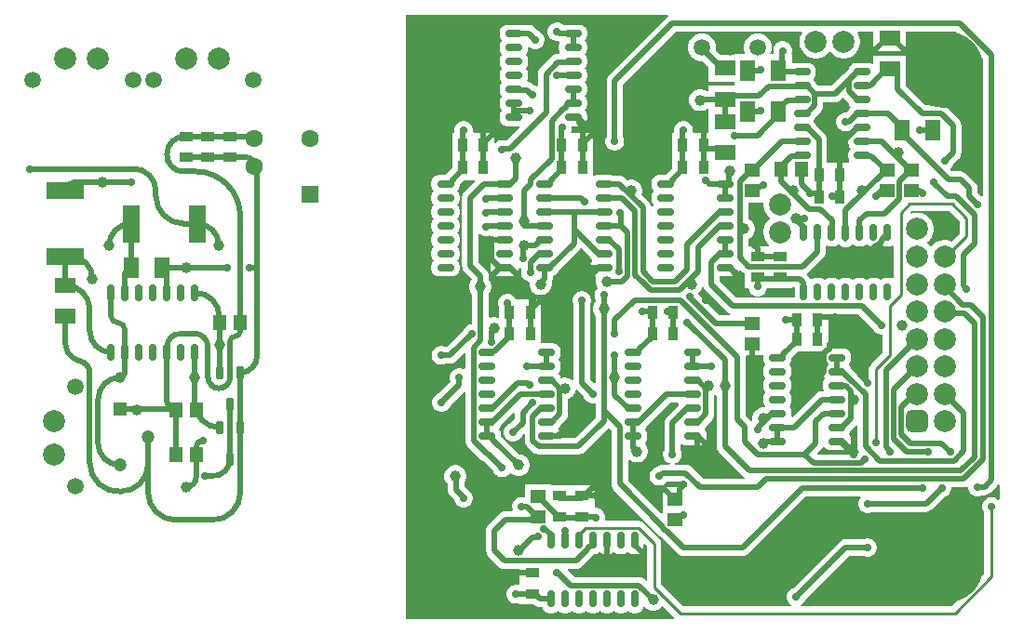
<source format=gbl>
G04*
G04 #@! TF.GenerationSoftware,Altium Limited,Altium Designer,22.11.1 (43)*
G04*
G04 Layer_Physical_Order=4*
G04 Layer_Color=16711680*
%FSLAX44Y44*%
%MOMM*%
G71*
G04*
G04 #@! TF.SameCoordinates,71FBA96F-98A1-49F9-A78B-1FB66A7A07A6*
G04*
G04*
G04 #@! TF.FilePolarity,Positive*
G04*
G01*
G75*
%ADD10C,0.2500*%
%ADD18R,1.3500X1.1500*%
%ADD19C,1.0000*%
%ADD20R,3.5000X1.5000*%
%ADD21R,0.9000X1.3000*%
G04:AMPARAMS|DCode=22|XSize=0.6mm|YSize=1.45mm|CornerRadius=0.15mm|HoleSize=0mm|Usage=FLASHONLY|Rotation=0.000|XOffset=0mm|YOffset=0mm|HoleType=Round|Shape=RoundedRectangle|*
%AMROUNDEDRECTD22*
21,1,0.6000,1.1500,0,0,0.0*
21,1,0.3000,1.4500,0,0,0.0*
1,1,0.3000,0.1500,-0.5750*
1,1,0.3000,-0.1500,-0.5750*
1,1,0.3000,-0.1500,0.5750*
1,1,0.3000,0.1500,0.5750*
%
%ADD22ROUNDEDRECTD22*%
%ADD23R,1.3000X0.9000*%
G04:AMPARAMS|DCode=25|XSize=0.6mm|YSize=1.55mm|CornerRadius=0.15mm|HoleSize=0mm|Usage=FLASHONLY|Rotation=0.000|XOffset=0mm|YOffset=0mm|HoleType=Round|Shape=RoundedRectangle|*
%AMROUNDEDRECTD25*
21,1,0.6000,1.2500,0,0,0.0*
21,1,0.3000,1.5500,0,0,0.0*
1,1,0.3000,0.1500,-0.6250*
1,1,0.3000,-0.1500,-0.6250*
1,1,0.3000,-0.1500,0.6250*
1,1,0.3000,0.1500,0.6250*
%
%ADD25ROUNDEDRECTD25*%
G04:AMPARAMS|DCode=35|XSize=0.6mm|YSize=1.55mm|CornerRadius=0.15mm|HoleSize=0mm|Usage=FLASHONLY|Rotation=90.000|XOffset=0mm|YOffset=0mm|HoleType=Round|Shape=RoundedRectangle|*
%AMROUNDEDRECTD35*
21,1,0.6000,1.2500,0,0,90.0*
21,1,0.3000,1.5500,0,0,90.0*
1,1,0.3000,0.6250,0.1500*
1,1,0.3000,0.6250,-0.1500*
1,1,0.3000,-0.6250,-0.1500*
1,1,0.3000,-0.6250,0.1500*
%
%ADD35ROUNDEDRECTD35*%
%ADD36R,1.1500X1.3500*%
%ADD71C,0.5000*%
%ADD75C,1.6000*%
%ADD76R,1.6000X1.6000*%
%ADD77C,2.0000*%
G04:AMPARAMS|DCode=78|XSize=2mm|YSize=2mm|CornerRadius=0.5mm|HoleSize=0mm|Usage=FLASHONLY|Rotation=180.000|XOffset=0mm|YOffset=0mm|HoleType=Round|Shape=RoundedRectangle|*
%AMROUNDEDRECTD78*
21,1,2.0000,1.0000,0,0,180.0*
21,1,1.0000,2.0000,0,0,180.0*
1,1,1.0000,-0.5000,0.5000*
1,1,1.0000,0.5000,0.5000*
1,1,1.0000,0.5000,-0.5000*
1,1,1.0000,-0.5000,-0.5000*
%
%ADD78ROUNDEDRECTD78*%
%ADD79C,7.0000*%
%ADD80C,1.5000*%
%ADD81R,1.2000X1.2000*%
%ADD82C,1.2000*%
%ADD83C,0.7000*%
G04:AMPARAMS|DCode=84|XSize=0.6mm|YSize=1.45mm|CornerRadius=0.15mm|HoleSize=0mm|Usage=FLASHONLY|Rotation=270.000|XOffset=0mm|YOffset=0mm|HoleType=Round|Shape=RoundedRectangle|*
%AMROUNDEDRECTD84*
21,1,0.6000,1.1500,0,0,270.0*
21,1,0.3000,1.4500,0,0,270.0*
1,1,0.3000,-0.5750,-0.1500*
1,1,0.3000,-0.5750,0.1500*
1,1,0.3000,0.5750,0.1500*
1,1,0.3000,0.5750,-0.1500*
%
%ADD84ROUNDEDRECTD84*%
%ADD85R,1.9500X1.4000*%
%ADD86R,1.4000X1.9500*%
G04:AMPARAMS|DCode=87|XSize=0.65mm|YSize=1.25mm|CornerRadius=0.1625mm|HoleSize=0mm|Usage=FLASHONLY|Rotation=180.000|XOffset=0mm|YOffset=0mm|HoleType=Round|Shape=RoundedRectangle|*
%AMROUNDEDRECTD87*
21,1,0.6500,0.9250,0,0,180.0*
21,1,0.3250,1.2500,0,0,180.0*
1,1,0.3250,-0.1625,0.4625*
1,1,0.3250,0.1625,0.4625*
1,1,0.3250,0.1625,-0.4625*
1,1,0.3250,-0.1625,-0.4625*
%
%ADD87ROUNDEDRECTD87*%
%ADD88R,1.5000X3.5000*%
G36*
X762617Y470035D02*
X762667Y469653D01*
X763322Y468072D01*
X763798Y467452D01*
X764260Y466500D01*
X763798Y465548D01*
X763322Y464928D01*
X762667Y463347D01*
X762617Y462965D01*
X760652Y461000D01*
X758881D01*
X756719Y460421D01*
X754781Y459302D01*
X753198Y457719D01*
X752079Y455781D01*
X751500Y453619D01*
Y451381D01*
X752079Y449219D01*
X753198Y447281D01*
X754781Y445698D01*
X756719Y444579D01*
X758881Y444000D01*
X761119D01*
X762494Y444369D01*
X762667Y444253D01*
X763322Y442672D01*
X763798Y442052D01*
X764260Y441100D01*
X763798Y440148D01*
X763322Y439528D01*
X762667Y437947D01*
X762444Y436250D01*
Y433250D01*
X762667Y431553D01*
X763322Y429972D01*
X763798Y429352D01*
X764260Y428400D01*
X763798Y427448D01*
X763322Y426828D01*
X762667Y425247D01*
X762444Y423550D01*
Y420550D01*
X762667Y418853D01*
X763322Y417272D01*
X763400Y417170D01*
X762774Y415900D01*
X743065D01*
Y436450D01*
X743065Y436450D01*
X742807Y438408D01*
X742051Y440232D01*
X740849Y441799D01*
X740849Y441799D01*
X732383Y450265D01*
X732333Y450647D01*
X731678Y452228D01*
X731202Y452848D01*
X730740Y453800D01*
X731202Y454752D01*
X731678Y455372D01*
X732333Y456953D01*
X732383Y457335D01*
X737349Y462301D01*
X738551Y463868D01*
X739307Y465692D01*
X739565Y467650D01*
Y470485D01*
X750300D01*
X752258Y470743D01*
X754082Y471499D01*
X755649Y472701D01*
X757800Y474852D01*
X762617Y470035D01*
D02*
G37*
G36*
X598314Y548871D02*
X598302Y548732D01*
X597151Y547849D01*
X597151Y547849D01*
X544651Y495349D01*
X543449Y493782D01*
X542693Y491958D01*
X542435Y490000D01*
Y438897D01*
X542079Y438281D01*
X541500Y436119D01*
Y433881D01*
X542079Y431719D01*
X543198Y429781D01*
X544781Y428198D01*
X546719Y427079D01*
X548881Y426500D01*
X551119D01*
X553281Y427079D01*
X555219Y428198D01*
X556802Y429781D01*
X557921Y431719D01*
X558500Y433881D01*
Y436119D01*
X557921Y438281D01*
X557565Y438897D01*
Y486867D01*
X605634Y534935D01*
X719717D01*
X720316Y533815D01*
X719507Y532605D01*
X718377Y529875D01*
X717800Y526978D01*
Y524023D01*
X718377Y521125D01*
X719507Y518395D01*
X721149Y515938D01*
X723238Y513849D01*
X725695Y512207D01*
X728425Y511077D01*
X731323Y510500D01*
X734277D01*
X737176Y511077D01*
X739905Y512207D01*
X742362Y513849D01*
X744451Y515938D01*
X744865Y516557D01*
X746135D01*
X746549Y515938D01*
X748638Y513849D01*
X751095Y512207D01*
X753825Y511077D01*
X756723Y510500D01*
X759678D01*
X762576Y511077D01*
X765305Y512207D01*
X767762Y513849D01*
X769851Y515938D01*
X771493Y518395D01*
X772624Y521125D01*
X773200Y524023D01*
Y526978D01*
X772624Y529875D01*
X771493Y532605D01*
X770685Y533815D01*
X771283Y534935D01*
X785250D01*
Y520536D01*
X795482Y530768D01*
X799018Y527232D01*
X788785Y517000D01*
X811214D01*
X800982Y527232D01*
X804518Y530768D01*
X814750Y520536D01*
Y534935D01*
X860228D01*
X884935Y510228D01*
Y385735D01*
X883836Y385100D01*
X883281Y385421D01*
X882593Y385605D01*
X879723Y388476D01*
Y392541D01*
X879465Y394499D01*
X878709Y396323D01*
X877507Y397890D01*
X877507Y397890D01*
X870047Y405349D01*
X868481Y406551D01*
X866656Y407307D01*
X864698Y407565D01*
X856383D01*
X855055Y408893D01*
X855219Y410138D01*
X856802Y411720D01*
X857921Y413659D01*
X858105Y414347D01*
X862849Y419091D01*
X863403Y419813D01*
X864051Y420658D01*
X864051Y420658D01*
X864051Y420658D01*
X864372Y421432D01*
X864807Y422482D01*
X864807Y422482D01*
X864807Y422482D01*
X864905Y423231D01*
X865065Y424440D01*
Y449614D01*
X865065Y449614D01*
X864807Y451572D01*
X864051Y453396D01*
X862849Y454963D01*
X862849Y454963D01*
X851963Y465849D01*
X850396Y467051D01*
X848572Y467807D01*
X846614Y468065D01*
X832633D01*
X814815Y485883D01*
Y496500D01*
X814750Y496993D01*
Y513000D01*
X785250D01*
Y505899D01*
X783980Y505273D01*
X783778Y505428D01*
X782197Y506083D01*
X780500Y506306D01*
X769000D01*
X767303Y506083D01*
X765722Y505428D01*
X764364Y504386D01*
X763322Y503028D01*
X762667Y501447D01*
X762617Y501065D01*
X757651Y496099D01*
X747166Y485615D01*
X735134D01*
X732383Y488365D01*
X732333Y488747D01*
X731678Y490328D01*
X731202Y490948D01*
X730740Y491900D01*
X731202Y492852D01*
X731678Y493472D01*
X732333Y495053D01*
X732556Y496750D01*
Y499750D01*
X732333Y501447D01*
X731678Y503028D01*
X730636Y504386D01*
X729278Y505428D01*
X727697Y506083D01*
X726000Y506306D01*
X714500D01*
X712803Y506083D01*
X712270Y505862D01*
X711000Y506318D01*
Y514150D01*
X711000Y514150D01*
X711000D01*
X710742Y515420D01*
X711000Y516381D01*
Y518619D01*
X710421Y520781D01*
X709302Y522719D01*
X707719Y524302D01*
X705781Y525421D01*
X703619Y526000D01*
X701381D01*
X699219Y525421D01*
X697281Y524302D01*
X695698Y522719D01*
X694579Y520781D01*
X694000Y518619D01*
Y516381D01*
X694258Y515420D01*
X693283Y514150D01*
X691938D01*
X691303Y515250D01*
X691548Y515675D01*
X692400Y518854D01*
Y522146D01*
X691548Y525325D01*
X689903Y528175D01*
X687575Y530502D01*
X684725Y532148D01*
X681546Y533000D01*
X678254D01*
X675075Y532148D01*
X672225Y530502D01*
X669898Y528175D01*
X668252Y525325D01*
X667400Y522146D01*
Y518854D01*
X668252Y515675D01*
X668497Y515250D01*
X667862Y514150D01*
X659000D01*
Y513500D01*
X645948D01*
X641388Y518061D01*
X641600Y518854D01*
Y522146D01*
X640748Y525325D01*
X639103Y528175D01*
X636775Y530502D01*
X633925Y532148D01*
X630746Y533000D01*
X627454D01*
X624275Y532148D01*
X621425Y530502D01*
X619098Y528175D01*
X617452Y525325D01*
X616600Y522146D01*
Y518854D01*
X617452Y515675D01*
X619098Y512825D01*
X621425Y510497D01*
X624275Y508852D01*
X627454Y508000D01*
X630053D01*
X635250Y502802D01*
Y489500D01*
X659000D01*
Y485500D01*
X635250D01*
Y480565D01*
X633531D01*
X631360Y481818D01*
X628816Y482500D01*
X626183D01*
X623640Y481818D01*
X621360Y480502D01*
X619498Y478640D01*
X618181Y476360D01*
X617500Y473816D01*
Y471183D01*
X618181Y468640D01*
X619498Y466360D01*
X621360Y464498D01*
X623640Y463181D01*
X626183Y462500D01*
X628816D01*
X631360Y463181D01*
X633640Y464498D01*
X633980Y464838D01*
X635250Y464312D01*
Y461500D01*
Y442700D01*
X621999D01*
X621000Y443881D01*
Y446119D01*
X620421Y448281D01*
X619302Y450219D01*
X617719Y451802D01*
X615781Y452921D01*
X613619Y453500D01*
X611381D01*
X609219Y452921D01*
X607281Y451802D01*
X605699Y450219D01*
X604579Y448281D01*
X604000Y446119D01*
Y443952D01*
X603935Y443459D01*
Y442700D01*
X602000D01*
Y419700D01*
Y410398D01*
X595901Y404299D01*
X595868Y404256D01*
X589750D01*
X588053Y404033D01*
X586472Y403378D01*
X585114Y402336D01*
X584072Y400978D01*
X583417Y399397D01*
X583194Y397700D01*
Y394700D01*
X583417Y393003D01*
X584072Y391422D01*
X585114Y390064D01*
Y389636D01*
X584072Y388278D01*
X583417Y386697D01*
X583194Y385000D01*
Y382000D01*
X583417Y380303D01*
X584072Y378722D01*
X585114Y377364D01*
Y376936D01*
X584179Y375717D01*
X583642Y375720D01*
X582863Y375979D01*
X582807Y376408D01*
X582051Y378232D01*
X580849Y379799D01*
X574359Y386289D01*
X575000Y388684D01*
Y391317D01*
X574319Y393860D01*
X573002Y396140D01*
X571140Y398002D01*
X568860Y399319D01*
X566317Y400000D01*
X563684D01*
X561289Y399359D01*
X559099Y401549D01*
X557532Y402751D01*
X555708Y403507D01*
X553750Y403765D01*
X548594D01*
X547947Y404033D01*
X546250Y404256D01*
X533750D01*
X532053Y404033D01*
X531270Y403708D01*
X530000Y404557D01*
Y419700D01*
Y439165D01*
X522268Y431432D01*
X518732Y434968D01*
X526464Y442700D01*
X510813D01*
X510178Y443800D01*
X510421Y444219D01*
X511000Y446381D01*
Y448619D01*
X511172Y448844D01*
X518250D01*
X519947Y449067D01*
X520725Y449389D01*
X514982Y455132D01*
X518518Y458667D01*
X524260Y452925D01*
X524583Y453703D01*
X524806Y455400D01*
Y458400D01*
X524583Y460097D01*
X523928Y461678D01*
X522886Y463036D01*
Y463464D01*
X523928Y464822D01*
X524583Y466403D01*
X524806Y468100D01*
Y471100D01*
X524583Y472797D01*
X523928Y474378D01*
X522886Y475736D01*
Y476164D01*
X523928Y477522D01*
X524583Y479103D01*
X524806Y480800D01*
Y483800D01*
X524583Y485497D01*
X523928Y487078D01*
X522886Y488436D01*
Y488864D01*
X523928Y490222D01*
X524583Y491803D01*
X524806Y493500D01*
Y496500D01*
X524583Y498197D01*
X523928Y499778D01*
X522886Y501136D01*
Y501564D01*
X523928Y502922D01*
X524583Y504503D01*
X524806Y506200D01*
Y509200D01*
X524583Y510897D01*
X523928Y512478D01*
X522886Y513836D01*
Y514264D01*
X523928Y515622D01*
X524583Y517203D01*
X524806Y518900D01*
Y521900D01*
X524583Y523597D01*
X523928Y525178D01*
X522886Y526536D01*
Y526964D01*
X523928Y528322D01*
X524583Y529903D01*
X524806Y531600D01*
Y534600D01*
X524583Y536297D01*
X523928Y537878D01*
X522886Y539236D01*
X521528Y540277D01*
X519947Y540932D01*
X518250Y541156D01*
X511566D01*
X511500Y541165D01*
X503356D01*
X502719Y541802D01*
X500781Y542921D01*
X498619Y543500D01*
X496381D01*
X494219Y542921D01*
X492281Y541802D01*
X490698Y540219D01*
X489579Y538281D01*
X489000Y536119D01*
Y533881D01*
X489579Y531719D01*
X490698Y529781D01*
X492281Y528198D01*
X494219Y527079D01*
X496381Y526500D01*
X496983D01*
X497484Y526293D01*
X499158Y526072D01*
X499480Y525757D01*
X499624Y525532D01*
X499901Y524765D01*
X499417Y523597D01*
X499194Y521900D01*
Y518900D01*
X499417Y517203D01*
X499901Y516035D01*
X499270Y514765D01*
X498386D01*
X498386Y514765D01*
X496428Y514507D01*
X494604Y513751D01*
X493037Y512549D01*
X482151Y501663D01*
X480949Y500096D01*
X480193Y498271D01*
X479935Y496314D01*
Y485736D01*
X478835Y485101D01*
X478281Y485421D01*
X476854Y485803D01*
X475508Y487149D01*
X473941Y488351D01*
X472117Y489107D01*
X470806Y489279D01*
X470533Y489572D01*
X470107Y490468D01*
X470099Y490634D01*
X470583Y491803D01*
X470806Y493500D01*
Y496500D01*
X470583Y498197D01*
X469928Y499778D01*
X468886Y501136D01*
Y501564D01*
X469928Y502922D01*
X470583Y504503D01*
X470806Y506200D01*
Y509200D01*
X470583Y510897D01*
X469928Y512478D01*
X468886Y513836D01*
Y514264D01*
X469928Y515622D01*
X470583Y517203D01*
X470806Y518900D01*
Y520377D01*
X472076Y520903D01*
X472281Y520698D01*
X474219Y519579D01*
X476381Y519000D01*
X478619D01*
X480781Y519579D01*
X482719Y520698D01*
X484302Y522281D01*
X485421Y524219D01*
X486000Y526381D01*
Y528619D01*
X485421Y530781D01*
X484302Y532719D01*
X482719Y534302D01*
X480781Y535421D01*
X480093Y535605D01*
X477249Y538449D01*
X475683Y539651D01*
X473858Y540407D01*
X471900Y540664D01*
X466594D01*
X465947Y540932D01*
X464250Y541156D01*
X451750D01*
X450053Y540932D01*
X448472Y540277D01*
X447114Y539236D01*
X446072Y537878D01*
X445417Y536297D01*
X445194Y534600D01*
Y531600D01*
X445417Y529903D01*
X446072Y528322D01*
X447114Y526964D01*
Y526536D01*
X446072Y525178D01*
X445417Y523597D01*
X445194Y521900D01*
Y518900D01*
X445417Y517203D01*
X446072Y515622D01*
X447114Y514264D01*
Y513836D01*
X446072Y512478D01*
X445417Y510897D01*
X445194Y509200D01*
Y506200D01*
X445417Y504503D01*
X446072Y502922D01*
X447114Y501564D01*
Y501136D01*
X446072Y499778D01*
X445417Y498197D01*
X445194Y496500D01*
Y493500D01*
X445417Y491803D01*
X446072Y490222D01*
X447114Y488864D01*
Y488436D01*
X446072Y487078D01*
X445417Y485497D01*
X445194Y483800D01*
Y480800D01*
X445417Y479103D01*
X446072Y477522D01*
X447114Y476164D01*
Y475736D01*
X446072Y474378D01*
X445417Y472797D01*
X445194Y471100D01*
Y468100D01*
X445417Y466403D01*
X446072Y464822D01*
X447114Y463464D01*
Y463036D01*
X446072Y461678D01*
X445417Y460097D01*
X445194Y458400D01*
Y455400D01*
X445417Y453703D01*
X446072Y452122D01*
X447114Y450764D01*
X448472Y449722D01*
X450053Y449067D01*
X451750Y448844D01*
X462914D01*
X463441Y447574D01*
X451314Y435447D01*
X450681D01*
X448619Y436000D01*
X446381D01*
X444219Y435421D01*
X442281Y434302D01*
X441270Y433291D01*
X440000Y433817D01*
Y439165D01*
X432268Y431432D01*
X428732Y434968D01*
X436465Y442700D01*
X421998Y442700D01*
X421000Y443881D01*
X421000Y443970D01*
Y446119D01*
X420421Y448281D01*
X419302Y450219D01*
X417719Y451802D01*
X415781Y452921D01*
X413619Y453500D01*
X411381D01*
X409219Y452921D01*
X407281Y451802D01*
X405698Y450219D01*
X404579Y448281D01*
X404000Y446119D01*
Y443952D01*
X403935Y443459D01*
Y442700D01*
X402000D01*
Y419700D01*
Y410398D01*
X395901Y404299D01*
X395868Y404256D01*
X389750D01*
X388053Y404033D01*
X386472Y403378D01*
X385114Y402336D01*
X384072Y400978D01*
X383417Y399397D01*
X383194Y397700D01*
Y394700D01*
X383417Y393003D01*
X384072Y391422D01*
X385114Y390064D01*
Y389636D01*
X384072Y388278D01*
X383417Y386697D01*
X383194Y385000D01*
Y382000D01*
X383417Y380303D01*
X384072Y378722D01*
X385114Y377364D01*
Y376936D01*
X384072Y375578D01*
X383417Y373997D01*
X383194Y372300D01*
Y369300D01*
X383417Y367603D01*
X384072Y366022D01*
X385114Y364664D01*
Y364236D01*
X384072Y362878D01*
X383417Y361297D01*
X383194Y359600D01*
Y356600D01*
X383417Y354903D01*
X384072Y353322D01*
X385114Y351964D01*
Y351536D01*
X384072Y350178D01*
X383417Y348597D01*
X383194Y346900D01*
Y343900D01*
X383417Y342203D01*
X384072Y340622D01*
X385114Y339264D01*
Y338836D01*
X384072Y337478D01*
X383417Y335897D01*
X383194Y334200D01*
Y331200D01*
X383417Y329503D01*
X384072Y327922D01*
X385114Y326564D01*
Y326136D01*
X384072Y324778D01*
X383417Y323197D01*
X383194Y321500D01*
Y318500D01*
X383417Y316803D01*
X384072Y315222D01*
X385114Y313864D01*
X386472Y312822D01*
X388053Y312167D01*
X389750Y311944D01*
X402250D01*
X403947Y312167D01*
X405528Y312822D01*
X406885Y313864D01*
X407927Y315222D01*
X408582Y316803D01*
X408806Y318500D01*
Y321500D01*
X408582Y323197D01*
X407927Y324778D01*
X406885Y326136D01*
Y326564D01*
X407927Y327922D01*
X408582Y329503D01*
X408806Y331200D01*
Y334200D01*
X408582Y335897D01*
X407927Y337478D01*
X406885Y338836D01*
Y339264D01*
X407927Y340622D01*
X408582Y342203D01*
X408806Y343900D01*
Y346900D01*
X408582Y348597D01*
X407927Y350178D01*
X406885Y351536D01*
Y351964D01*
X407927Y353322D01*
X408582Y354903D01*
X408806Y356600D01*
Y359600D01*
X408582Y361297D01*
X407927Y362878D01*
X406885Y364236D01*
Y364664D01*
X407927Y366022D01*
X408582Y367603D01*
X408806Y369300D01*
Y372300D01*
X408582Y373997D01*
X407927Y375578D01*
X406885Y376936D01*
Y377364D01*
X407927Y378722D01*
X408582Y380303D01*
X408806Y382000D01*
Y385000D01*
X408582Y386697D01*
X407927Y388278D01*
X406885Y389636D01*
Y390064D01*
X407927Y391422D01*
X408582Y393003D01*
X408806Y394700D01*
Y395808D01*
X412698Y399700D01*
X419730D01*
X421000Y399700D01*
X422343Y399700D01*
X422829Y398527D01*
X413151Y388849D01*
X411949Y387282D01*
X411193Y385458D01*
X410935Y383500D01*
Y321801D01*
X411193Y319843D01*
X411949Y318018D01*
X413151Y316452D01*
X420231Y309372D01*
X419498Y308640D01*
X418182Y306360D01*
X417500Y303816D01*
Y301183D01*
X418182Y298640D01*
X419498Y296360D01*
X420435Y295422D01*
Y268500D01*
X418881D01*
X416719Y267921D01*
X414781Y266802D01*
X413199Y265219D01*
X412079Y263281D01*
X411895Y262593D01*
X396867Y247565D01*
X395898D01*
X395281Y247921D01*
X393119Y248500D01*
X390881D01*
X388719Y247921D01*
X386781Y246802D01*
X385199Y245219D01*
X384080Y243281D01*
X383500Y241119D01*
Y238881D01*
X384080Y236719D01*
X385199Y234781D01*
X386781Y233198D01*
X388719Y232079D01*
X390881Y231500D01*
X393119D01*
X395281Y232079D01*
X395898Y232435D01*
X400000D01*
X401958Y232693D01*
X403783Y233449D01*
X405349Y234651D01*
X412762Y242064D01*
X413936Y241578D01*
Y228170D01*
X412666Y227437D01*
X411827Y227921D01*
X409665Y228500D01*
X407427D01*
X405265Y227921D01*
X403327Y226802D01*
X401744Y225219D01*
X400625Y223281D01*
X400046Y221119D01*
Y218881D01*
X400599Y216818D01*
Y216127D01*
X389877Y205405D01*
X389189Y205221D01*
X387251Y204102D01*
X385668Y202519D01*
X384549Y200581D01*
X383970Y198419D01*
Y196181D01*
X384549Y194019D01*
X385668Y192081D01*
X387251Y190498D01*
X389189Y189379D01*
X391351Y188800D01*
X393589D01*
X395751Y189379D01*
X397689Y190498D01*
X399271Y192081D01*
X400390Y194019D01*
X400575Y194707D01*
X412666Y206798D01*
X413936Y206272D01*
Y162715D01*
X414193Y160757D01*
X414949Y158933D01*
X416151Y157366D01*
X428567Y144950D01*
X430134Y143748D01*
X430852Y143450D01*
X439395Y134907D01*
X439580Y134219D01*
X440699Y132281D01*
X442281Y130698D01*
X444219Y129579D01*
X446381Y129000D01*
X448619D01*
X450781Y129579D01*
X452719Y130698D01*
X454302Y132281D01*
X454430Y132503D01*
X455689Y132669D01*
X456360Y131998D01*
X458640Y130682D01*
X461183Y130000D01*
X463816D01*
X466360Y130682D01*
X468640Y131998D01*
X470502Y133860D01*
X471819Y136140D01*
X472500Y138684D01*
Y141317D01*
X471819Y143860D01*
X470502Y146140D01*
X468640Y148002D01*
X466360Y149319D01*
X463816Y150000D01*
X463198D01*
X446556Y166642D01*
Y168200D01*
X446333Y169897D01*
X445678Y171478D01*
X444636Y172836D01*
X445202Y174002D01*
X445678Y174622D01*
X446333Y176203D01*
X446383Y176585D01*
X457415Y187617D01*
X458685Y187091D01*
Y181883D01*
X454907Y178105D01*
X454219Y177921D01*
X452281Y176802D01*
X450699Y175219D01*
X449580Y173281D01*
X449000Y171119D01*
Y168881D01*
X449580Y166719D01*
X450699Y164781D01*
X452281Y163199D01*
X454219Y162079D01*
X456381Y161500D01*
X458619D01*
X460781Y162079D01*
X462719Y163199D01*
X464302Y164781D01*
X465421Y166719D01*
X465605Y167407D01*
X466762Y168564D01*
X467935Y168078D01*
Y162715D01*
X468054Y161813D01*
X468193Y160757D01*
X468193Y160757D01*
X468193Y160757D01*
X468591Y159796D01*
X468949Y158933D01*
X468949Y158933D01*
X468949Y158933D01*
X469738Y157905D01*
X470151Y157366D01*
X470151Y157366D01*
X470151Y157366D01*
X475412Y152105D01*
X475412Y152105D01*
X475412Y152105D01*
X476353Y151382D01*
X476978Y150903D01*
X476978Y150903D01*
X476979Y150902D01*
X477946Y150502D01*
X478803Y150147D01*
X478803Y150147D01*
X478803Y150147D01*
X479859Y150008D01*
X480761Y149889D01*
X480761Y149889D01*
X480761Y149889D01*
X517005D01*
X518963Y150147D01*
X520787Y150902D01*
X522354Y152105D01*
X544640Y174391D01*
X547146Y171885D01*
X546936Y170285D01*
Y123000D01*
X547193Y121042D01*
X547949Y119218D01*
X549151Y117651D01*
X587023Y79779D01*
X587199Y79354D01*
X588401Y77787D01*
X591037Y75151D01*
X591037Y75151D01*
X592604Y73949D01*
X593029Y73773D01*
X607151Y59651D01*
X607151Y59651D01*
X608718Y58449D01*
X610542Y57693D01*
X612500Y57435D01*
X666194D01*
X668152Y57693D01*
X669977Y58449D01*
X671543Y59651D01*
X723827Y111935D01*
X773118D01*
X773644Y110665D01*
X773198Y110219D01*
X772079Y108281D01*
X771500Y106119D01*
Y103881D01*
X772079Y101719D01*
X773198Y99781D01*
X774781Y98198D01*
X776719Y97079D01*
X778881Y96500D01*
X781119D01*
X783281Y97079D01*
X783897Y97435D01*
X833000D01*
X834958Y97693D01*
X836783Y98449D01*
X838349Y99651D01*
X850093Y111395D01*
X850781Y111579D01*
X852719Y112698D01*
X854302Y114281D01*
X855421Y116219D01*
X856000Y118381D01*
Y119935D01*
X867499D01*
X869457Y120193D01*
X870230Y120513D01*
X871500Y119664D01*
Y118881D01*
X872079Y116719D01*
X873198Y114781D01*
X874781Y113198D01*
X876719Y112079D01*
X878881Y111500D01*
X881119D01*
X883281Y112079D01*
X884560Y112818D01*
X886291D01*
X888249Y113075D01*
X890073Y113831D01*
X891640Y115033D01*
X897849Y121242D01*
X897849Y121243D01*
X898730Y122390D01*
X900000Y121959D01*
X900000Y108817D01*
X898730Y108291D01*
X897719Y109302D01*
X895781Y110421D01*
X893619Y111000D01*
X891381D01*
X889219Y110421D01*
X887281Y109302D01*
X885698Y107719D01*
X884579Y105781D01*
X884000Y103619D01*
Y101381D01*
X884579Y99219D01*
X885698Y97281D01*
X886128Y96852D01*
Y41046D01*
X856454Y11373D01*
X719596Y11372D01*
X719256Y12642D01*
X720219Y13198D01*
X721802Y14781D01*
X722921Y16719D01*
X723105Y17407D01*
X763133Y57435D01*
X776102D01*
X776719Y57079D01*
X778881Y56500D01*
X781119D01*
X783281Y57079D01*
X785219Y58198D01*
X786802Y59781D01*
X787921Y61719D01*
X788500Y63881D01*
Y66119D01*
X787921Y68281D01*
X786802Y70219D01*
X785219Y71802D01*
X783281Y72921D01*
X781119Y73500D01*
X778881D01*
X776719Y72921D01*
X776102Y72565D01*
X760000D01*
X760000Y72565D01*
X758042Y72307D01*
X756218Y71551D01*
X754651Y70349D01*
X754651Y70349D01*
X712407Y28105D01*
X711719Y27921D01*
X709781Y26802D01*
X708198Y25219D01*
X707079Y23281D01*
X706500Y21119D01*
Y18881D01*
X707079Y16719D01*
X708198Y14781D01*
X709781Y13198D01*
X710743Y12642D01*
X710403Y11372D01*
X612500Y11372D01*
X612008D01*
X592299Y31081D01*
Y68642D01*
X591814Y71080D01*
X590432Y73148D01*
X576073Y87506D01*
X574006Y88888D01*
X571567Y89373D01*
X541505D01*
X540732Y90380D01*
X541000Y91381D01*
Y93619D01*
X540421Y95781D01*
X539301Y97719D01*
X537719Y99302D01*
X535781Y100421D01*
X533619Y101000D01*
X531500D01*
Y117964D01*
X523768Y110232D01*
X520232Y113768D01*
X527964Y121500D01*
X491750D01*
Y122500D01*
X468250D01*
Y111472D01*
X467243Y110699D01*
X466119Y111000D01*
X463881D01*
X461719Y110421D01*
X459781Y109302D01*
X458198Y107719D01*
X457079Y105781D01*
X456500Y103619D01*
Y101381D01*
X456981Y99585D01*
X456294Y98315D01*
X450750D01*
X450750Y98315D01*
X449771Y98186D01*
X448792Y98057D01*
X446968Y97301D01*
X445401Y96099D01*
X434651Y85349D01*
X433449Y83782D01*
X432693Y81958D01*
X432435Y80000D01*
Y62500D01*
X432693Y60542D01*
X433449Y58718D01*
X434651Y57151D01*
X444151Y47651D01*
X445717Y46449D01*
X447542Y45693D01*
X449500Y45436D01*
X463500D01*
Y31463D01*
X462230Y30702D01*
X461119Y31000D01*
X458881D01*
X456719Y30421D01*
X454781Y29302D01*
X453198Y27719D01*
X452079Y25781D01*
X451500Y23619D01*
Y21381D01*
X452079Y19219D01*
X453198Y17281D01*
X454781Y15698D01*
X456719Y14579D01*
X458881Y14000D01*
X461119D01*
X462230Y14298D01*
X463500Y13500D01*
Y13500D01*
X475731D01*
X476580Y12651D01*
X478147Y11449D01*
X479971Y10693D01*
X481929Y10435D01*
X484017D01*
X484067Y10053D01*
X484722Y8472D01*
X485764Y7114D01*
X487122Y6072D01*
X488703Y5417D01*
X490400Y5194D01*
X493400D01*
X495097Y5417D01*
X496678Y6072D01*
X498036Y7114D01*
X498464D01*
X499822Y6072D01*
X501403Y5417D01*
X503100Y5194D01*
X506100D01*
X507797Y5417D01*
X509378Y6072D01*
X510736Y7114D01*
X511164D01*
X512522Y6072D01*
X514103Y5417D01*
X515800Y5194D01*
X518800D01*
X520497Y5417D01*
X522078Y6072D01*
X523436Y7114D01*
X523864D01*
X525222Y6072D01*
X526803Y5417D01*
X528500Y5194D01*
X531500D01*
X533197Y5417D01*
X534778Y6072D01*
X536136Y7114D01*
X536564D01*
X537922Y6072D01*
X539503Y5417D01*
X541200Y5194D01*
X544200D01*
X545897Y5417D01*
X547478Y6072D01*
X548836Y7114D01*
X549264D01*
X550622Y6072D01*
X552203Y5417D01*
X553900Y5194D01*
X556900D01*
X558597Y5417D01*
X560178Y6072D01*
X561536Y7114D01*
X561964D01*
X563322Y6072D01*
X564903Y5417D01*
X566600Y5194D01*
X569600D01*
X571297Y5417D01*
X572878Y6072D01*
X574236Y7114D01*
X575278Y8472D01*
X575933Y10053D01*
X576010Y10639D01*
X576073Y10685D01*
X577341Y11018D01*
X578860Y9498D01*
X581140Y8182D01*
X583683Y7500D01*
X586316D01*
X588860Y8182D01*
X591140Y9498D01*
X593002Y11360D01*
X593880Y11476D01*
X604086Y1270D01*
X603560Y-0D01*
X360000Y-0D01*
Y550002D01*
X597871Y550002D01*
X598314Y548871D01*
D02*
G37*
G36*
X863627Y362361D02*
Y351275D01*
X856073Y343721D01*
X854375Y344424D01*
X851477Y345000D01*
X848522D01*
X845624Y344424D01*
X842895Y343293D01*
X840438Y341652D01*
X838349Y339562D01*
X838135Y339243D01*
X836865D01*
X836651Y339562D01*
X834562Y341652D01*
X834242Y341865D01*
Y343135D01*
X834562Y343349D01*
X836651Y345438D01*
X838293Y347895D01*
X839424Y350625D01*
X840000Y353523D01*
Y356477D01*
X839424Y359375D01*
X838293Y362105D01*
X836651Y364562D01*
X834562Y366651D01*
X832105Y368293D01*
X829376Y369424D01*
X826478Y370000D01*
X823523D01*
X820625Y369424D01*
X819953Y369145D01*
X819234Y370222D01*
X820568Y371557D01*
X854432D01*
X863627Y362361D01*
D02*
G37*
G36*
X685000Y379177D02*
Y376223D01*
X685577Y373325D01*
X686707Y370595D01*
X688349Y368138D01*
X690438Y366049D01*
X691057Y365635D01*
Y364365D01*
X690438Y363951D01*
X688349Y361862D01*
X686707Y359405D01*
X685577Y356675D01*
X685000Y353777D01*
Y350823D01*
X685577Y347925D01*
X686707Y345195D01*
X688349Y342738D01*
X690317Y340770D01*
X690191Y339834D01*
X690090Y339500D01*
X671315D01*
Y345670D01*
X671360Y345682D01*
X673640Y346998D01*
X675502Y348860D01*
X676818Y351140D01*
X677500Y353684D01*
Y356317D01*
X676818Y358860D01*
X675502Y361140D01*
X673640Y363002D01*
X671360Y364319D01*
X671315Y364330D01*
Y379400D01*
X684817D01*
X685000Y379177D01*
D02*
G37*
G36*
X793322Y340072D02*
X794903Y339417D01*
X796600Y339194D01*
X799600D01*
X801297Y339417D01*
X802357Y339856D01*
X803627Y339162D01*
Y310838D01*
X802357Y310143D01*
X801297Y310583D01*
X799600Y310806D01*
X796600D01*
X794903Y310583D01*
X793322Y309928D01*
X791964Y308886D01*
X791536D01*
X790178Y309928D01*
X788597Y310583D01*
X786900Y310806D01*
X783900D01*
X782203Y310583D01*
X780622Y309928D01*
X779264Y308886D01*
X778836D01*
X777478Y309928D01*
X775897Y310583D01*
X774200Y310806D01*
X771200D01*
X769503Y310583D01*
X767922Y309928D01*
X766564Y308886D01*
X766136D01*
X764778Y309928D01*
X763197Y310583D01*
X761500Y310806D01*
X758500D01*
X756803Y310583D01*
X755222Y309928D01*
X753864Y308886D01*
X753436D01*
X752078Y309928D01*
X750497Y310583D01*
X748800Y310806D01*
X745800D01*
X744103Y310583D01*
X742522Y309928D01*
X741164Y308886D01*
X740736D01*
X739378Y309928D01*
X737797Y310583D01*
X736100Y310806D01*
X733100D01*
X731403Y310583D01*
X729822Y309928D01*
X729431Y309628D01*
X728069Y309862D01*
X727850Y310015D01*
X726749Y311449D01*
X726749Y311449D01*
X724926Y313273D01*
X724926Y313273D01*
X725214Y314780D01*
X726349Y315651D01*
X739449Y328751D01*
X739449Y328751D01*
X740187Y329712D01*
X740651Y330317D01*
X741407Y332142D01*
X741511Y332932D01*
X741665Y334100D01*
X741665Y334100D01*
Y339270D01*
X742935Y339901D01*
X744103Y339417D01*
X745800Y339194D01*
X748800D01*
X750497Y339417D01*
X752078Y340072D01*
X753436Y341114D01*
X753864D01*
X755222Y340072D01*
X755630Y339903D01*
X756218Y339452D01*
X758042Y338696D01*
X760000Y338439D01*
X761958Y338696D01*
X763782Y339452D01*
X764370Y339903D01*
X764778Y340072D01*
X766136Y341114D01*
X766564D01*
X767922Y340072D01*
X769503Y339417D01*
X771200Y339194D01*
X774200D01*
X775897Y339417D01*
X777478Y340072D01*
X778836Y341114D01*
X779264D01*
X780622Y340072D01*
X782203Y339417D01*
X783900Y339194D01*
X786900D01*
X788597Y339417D01*
X790178Y340072D01*
X791536Y341114D01*
X791964D01*
X793322Y340072D01*
D02*
G37*
G36*
X662261Y316025D02*
X662583Y316803D01*
X662671Y317471D01*
X664012Y317926D01*
X666287Y315651D01*
X666287Y315651D01*
X667854Y314449D01*
X668500Y314181D01*
Y301500D01*
X671500D01*
Y301381D01*
X672079Y299219D01*
X673198Y297281D01*
X674781Y295698D01*
X676719Y294579D01*
X678881Y294000D01*
X681119D01*
X683281Y294579D01*
X685219Y295698D01*
X686802Y297281D01*
X687921Y299219D01*
X688500Y301381D01*
Y301500D01*
X711500D01*
Y301907D01*
X713835D01*
Y298500D01*
X713844Y298435D01*
Y292565D01*
X660633D01*
X645314Y307884D01*
Y311944D01*
X656250D01*
X657947Y312167D01*
X658725Y312489D01*
X652982Y318232D01*
X656518Y321768D01*
X662261Y316025D01*
D02*
G37*
G36*
X631199Y300968D02*
X632401Y299401D01*
X652151Y279651D01*
X653717Y278449D01*
X654597Y278085D01*
X654344Y276815D01*
X645070D01*
X626321Y295564D01*
X626085Y296445D01*
X625859Y296835D01*
X626140Y296998D01*
X628002Y298860D01*
X629318Y301140D01*
X629489Y301777D01*
X630827Y301864D01*
X631199Y300968D01*
D02*
G37*
G36*
X429219Y349579D02*
X431381Y349000D01*
X433619D01*
X435781Y349579D01*
X435987Y349698D01*
X436475Y349530D01*
X437417Y348597D01*
X437194Y346900D01*
Y343900D01*
X437417Y342203D01*
X438072Y340622D01*
X439114Y339264D01*
Y338836D01*
X438072Y337478D01*
X437417Y335897D01*
X437194Y334200D01*
Y331200D01*
X437417Y329503D01*
X438072Y327922D01*
X439114Y326564D01*
Y326136D01*
X438072Y324778D01*
X437417Y323197D01*
X437194Y321500D01*
Y318500D01*
X437417Y316803D01*
X437740Y316025D01*
X443482Y321768D01*
X447018Y318232D01*
X441275Y312489D01*
X442053Y312167D01*
X443750Y311944D01*
X456250D01*
X457947Y312167D01*
X458725Y312489D01*
X452982Y318232D01*
X456518Y321768D01*
X462261Y316025D01*
X462583Y316803D01*
X462806Y318500D01*
Y318769D01*
X464060Y319731D01*
X465122Y319209D01*
X465119Y318195D01*
X464783Y316940D01*
Y314702D01*
X465362Y312540D01*
X466481Y310602D01*
X468064Y309019D01*
X470002Y307900D01*
X471502Y307498D01*
X472500Y306317D01*
Y303684D01*
X473181Y301140D01*
X474498Y298860D01*
X476360Y296998D01*
X478640Y295682D01*
X481183Y295000D01*
X483816D01*
X486360Y295682D01*
X488640Y296998D01*
X490502Y298860D01*
X491818Y301140D01*
X492500Y303684D01*
Y306004D01*
X492551Y306071D01*
X493307Y307895D01*
X493565Y309853D01*
X493565Y309853D01*
Y312117D01*
X493947Y312167D01*
X495528Y312822D01*
X496886Y313864D01*
X497928Y315222D01*
X498583Y316803D01*
X498633Y317185D01*
X518349Y336901D01*
X518632Y337270D01*
X519899Y337353D01*
X527367Y329885D01*
X527417Y329503D01*
X528072Y327922D01*
X529114Y326564D01*
Y326136D01*
X528072Y324778D01*
X527417Y323197D01*
X527194Y321500D01*
Y318500D01*
X527417Y316803D01*
X527739Y316025D01*
X533482Y321768D01*
X537018Y318232D01*
X531275Y312489D01*
X532053Y312167D01*
X532297Y312135D01*
X533020Y310759D01*
X532500Y308817D01*
Y306183D01*
X533181Y303640D01*
X534440Y301461D01*
X533198Y300219D01*
X532079Y298281D01*
X531500Y296119D01*
Y293881D01*
X532079Y291719D01*
X532435Y291103D01*
Y289078D01*
X531998Y288640D01*
X530681Y286360D01*
X530000Y283817D01*
Y281184D01*
X530681Y278640D01*
X531998Y276360D01*
X532435Y275923D01*
Y267500D01*
Y214922D01*
X531262Y214436D01*
X527565Y218133D01*
Y286102D01*
X527921Y286719D01*
X528500Y288881D01*
Y291119D01*
X527921Y293281D01*
X526802Y295219D01*
X525219Y296802D01*
X523281Y297921D01*
X521119Y298500D01*
X518881D01*
X516719Y297921D01*
X514781Y296802D01*
X513198Y295219D01*
X512079Y293281D01*
X511500Y291119D01*
Y288881D01*
X512079Y286719D01*
X512435Y286102D01*
Y217955D01*
X511262Y217468D01*
X510728Y218002D01*
X508448Y219319D01*
X505905Y220000D01*
X503272D01*
X501242Y219456D01*
X500383Y220315D01*
X500333Y220697D01*
X499678Y222278D01*
X498636Y223636D01*
Y224064D01*
X499678Y225422D01*
X500333Y227003D01*
X500556Y228700D01*
Y231700D01*
X500333Y233397D01*
X499678Y234978D01*
X498636Y236336D01*
Y236764D01*
X499678Y238122D01*
X500333Y239703D01*
X500556Y241400D01*
Y244400D01*
X500333Y246097D01*
X499678Y247678D01*
X498636Y249036D01*
X497278Y250078D01*
X495697Y250733D01*
X494000Y250956D01*
X482750D01*
Y270900D01*
X482750D01*
Y287364D01*
X475018Y279632D01*
X471482Y283168D01*
X479214Y290900D01*
X460352D01*
X459302Y292719D01*
X457719Y294302D01*
X455781Y295421D01*
X453619Y296000D01*
X451381D01*
X449219Y295421D01*
X447281Y294302D01*
X445698Y292719D01*
X444579Y290781D01*
X444000Y288619D01*
Y286381D01*
X444579Y284219D01*
X444750Y283923D01*
Y275115D01*
X443480Y274421D01*
X441317Y275000D01*
X438684D01*
X436835Y274505D01*
X435565Y275356D01*
Y296468D01*
X436819Y298640D01*
X437500Y301183D01*
Y303816D01*
X436819Y306360D01*
X435565Y308531D01*
Y312301D01*
X435307Y314258D01*
X434551Y316083D01*
X433349Y317650D01*
X426065Y324934D01*
Y350255D01*
X426661Y350502D01*
X427335Y350667D01*
X429219Y349579D01*
D02*
G37*
G36*
X785078Y264223D02*
X785079Y264219D01*
X786199Y262281D01*
X787781Y260698D01*
X789719Y259579D01*
X791881Y259000D01*
X793628D01*
Y242539D01*
X782994Y231906D01*
X781613Y229838D01*
X781128Y227400D01*
Y213730D01*
X779954Y213244D01*
X768649Y224550D01*
X767146Y225702D01*
X764633Y228215D01*
X764583Y228597D01*
X763928Y230178D01*
X762886Y231536D01*
Y231964D01*
X763928Y233322D01*
X764583Y234903D01*
X764806Y236600D01*
Y239600D01*
X764583Y241297D01*
X763928Y242878D01*
X762886Y244236D01*
X761528Y245278D01*
X759947Y245933D01*
X758250Y246156D01*
X745750D01*
X745270Y246093D01*
X744000Y247207D01*
Y261000D01*
Y277435D01*
X771866D01*
X785078Y264223D01*
D02*
G37*
G36*
X739804Y242230D02*
X739417Y241297D01*
X739194Y239600D01*
Y236600D01*
X739417Y234903D01*
X740072Y233322D01*
X741114Y231964D01*
Y231536D01*
X740072Y230178D01*
X739417Y228597D01*
X739194Y226900D01*
Y223900D01*
X739417Y222203D01*
X740072Y220622D01*
X741114Y219264D01*
Y218836D01*
X740072Y217478D01*
X739417Y215897D01*
X739194Y214200D01*
Y211200D01*
X739417Y209503D01*
X739901Y208335D01*
X739270Y207065D01*
X738150D01*
X738150Y207065D01*
X736192Y206807D01*
X734368Y206052D01*
X732801Y204849D01*
X711778Y183826D01*
X710632Y184476D01*
X710806Y185800D01*
Y188800D01*
X710583Y190497D01*
X709928Y192078D01*
X708886Y193436D01*
X709452Y194602D01*
X709928Y195222D01*
X710583Y196803D01*
X710806Y198500D01*
Y201500D01*
X710583Y203197D01*
X709928Y204778D01*
X708886Y206136D01*
Y206564D01*
X709928Y207922D01*
X710583Y209503D01*
X710806Y211200D01*
Y214200D01*
X710583Y215897D01*
X709928Y217478D01*
X708886Y218836D01*
Y219264D01*
X709928Y220622D01*
X710583Y222203D01*
X710806Y223900D01*
Y226900D01*
X710583Y228597D01*
X709928Y230178D01*
X708886Y231536D01*
Y231964D01*
X709928Y233322D01*
X710583Y234903D01*
X710806Y236600D01*
Y237608D01*
X716698Y243500D01*
X739035D01*
X739804Y242230D01*
D02*
G37*
G36*
X685194Y239600D02*
Y236600D01*
X685417Y234903D01*
X686072Y233322D01*
X687114Y231964D01*
Y231536D01*
X686072Y230178D01*
X685417Y228597D01*
X685194Y226900D01*
Y223900D01*
X685417Y222203D01*
X686072Y220622D01*
X687114Y219264D01*
Y218836D01*
X686072Y217478D01*
X685417Y215897D01*
X685194Y214200D01*
Y211200D01*
X685417Y209503D01*
X686072Y207922D01*
X687114Y206564D01*
Y206136D01*
X686072Y204778D01*
X685417Y203197D01*
X685194Y201500D01*
Y198500D01*
X685417Y196803D01*
X686072Y195222D01*
X686548Y194602D01*
X687114Y193436D01*
X686383Y192482D01*
X686316Y192500D01*
X683683D01*
X681140Y191819D01*
X678860Y190502D01*
X676998Y188640D01*
X675681Y186360D01*
X675000Y183817D01*
Y181183D01*
X675048Y181006D01*
X674813Y180672D01*
X674500Y180553D01*
X673249Y180563D01*
X668815Y184998D01*
Y238764D01*
X668815Y238764D01*
X668778Y239045D01*
X669615Y240000D01*
X684843D01*
X685194Y239600D01*
D02*
G37*
G36*
X521895Y202407D02*
X522079Y201719D01*
X523198Y199781D01*
X524781Y198198D01*
X526719Y197079D01*
X528881Y196500D01*
X531119D01*
X531428Y196583D01*
X532435Y195809D01*
Y183582D01*
X513871Y165018D01*
X500716D01*
X500556Y165200D01*
Y168200D01*
X500333Y169897D01*
X499678Y171478D01*
X498636Y172836D01*
X499202Y174002D01*
X499678Y174622D01*
X500333Y176203D01*
X500383Y176585D01*
X505349Y181551D01*
X505349Y181551D01*
X505349Y181551D01*
X506057Y182473D01*
X506551Y183117D01*
X506551Y183117D01*
X506551Y183117D01*
X507002Y184205D01*
X507307Y184942D01*
X507307Y184942D01*
X507307Y184942D01*
X507415Y185766D01*
X507565Y186900D01*
X507565Y186900D01*
Y200445D01*
X508448Y200682D01*
X510728Y201998D01*
X512590Y203860D01*
X513907Y206140D01*
X514426Y208079D01*
X515795Y208507D01*
X521895Y202407D01*
D02*
G37*
G36*
X642436Y203381D02*
Y157501D01*
X642693Y155543D01*
X642693Y155543D01*
X642975Y154863D01*
X643449Y153719D01*
X644651Y152152D01*
X644651Y152152D01*
X667151Y129651D01*
X667151Y129651D01*
X668215Y128835D01*
X667784Y127565D01*
X630353D01*
X619568Y138349D01*
X618002Y139551D01*
X616177Y140307D01*
X614219Y140565D01*
X605035D01*
X604868Y141835D01*
X605781Y142079D01*
X607719Y143198D01*
X609302Y144781D01*
X610421Y146719D01*
X611000Y148881D01*
Y151119D01*
X610421Y153281D01*
X610065Y153898D01*
Y158574D01*
X610404Y158742D01*
X611335Y159075D01*
X612803Y158467D01*
X614500Y158244D01*
X627000D01*
X628697Y158467D01*
X629475Y158790D01*
X623732Y164532D01*
X627268Y168068D01*
X633010Y162325D01*
X633333Y163103D01*
X633556Y164800D01*
Y167800D01*
X633333Y169497D01*
X632678Y171078D01*
X631636Y172436D01*
Y172864D01*
X632678Y174222D01*
X633333Y175803D01*
X633383Y176185D01*
X638349Y181151D01*
X639551Y182718D01*
X640307Y184542D01*
X640565Y186500D01*
Y203658D01*
X641165Y204056D01*
X642436Y203381D01*
D02*
G37*
G36*
X770436Y175791D02*
Y157100D01*
X770694Y155142D01*
X771449Y153318D01*
X772349Y152145D01*
X772281Y151802D01*
X770698Y150219D01*
X770321Y149565D01*
X734559D01*
X734033Y150835D01*
X737849Y154651D01*
X739051Y156218D01*
X739091Y156314D01*
X740545Y156506D01*
X741114Y155764D01*
X742472Y154722D01*
X744053Y154067D01*
X745750Y153844D01*
X758250D01*
X759947Y154067D01*
X760725Y154390D01*
X754982Y160132D01*
X758518Y163668D01*
X764260Y157925D01*
X764583Y158703D01*
X764806Y160400D01*
Y163400D01*
X764583Y165097D01*
X763928Y166678D01*
X762886Y168036D01*
Y168464D01*
X763928Y169822D01*
X764583Y171403D01*
X764633Y171785D01*
X769166Y176318D01*
X770436Y175791D01*
D02*
G37*
G36*
X608444Y195565D02*
X608167Y194897D01*
X608117Y194515D01*
X597151Y183549D01*
X595949Y181982D01*
X595193Y180158D01*
X594935Y178200D01*
Y153898D01*
X594580Y153281D01*
X594000Y151119D01*
Y148881D01*
X594580Y146719D01*
X595699Y144781D01*
X597281Y143198D01*
X599219Y142079D01*
X600133Y141835D01*
X599966Y140565D01*
X593541D01*
X591583Y140307D01*
X589759Y139551D01*
X588192Y138349D01*
X588146Y138303D01*
X586719Y137921D01*
X584781Y136802D01*
X583198Y135219D01*
X582079Y133281D01*
X581500Y131119D01*
Y128881D01*
X582079Y126719D01*
X583198Y124781D01*
X584781Y123198D01*
X586719Y122079D01*
X588881Y121500D01*
X591119D01*
X593281Y122079D01*
X595219Y123198D01*
X596802Y124781D01*
X597179Y125435D01*
X611086D01*
X615348Y121173D01*
X614862Y120000D01*
X596786D01*
X605768Y111018D01*
X602232Y107482D01*
X593250Y116464D01*
Y98500D01*
Y96608D01*
X592077Y96121D01*
X562065Y126133D01*
Y144634D01*
X563238Y145120D01*
X563860Y144498D01*
X566141Y143182D01*
X568684Y142500D01*
X571317D01*
X573860Y143182D01*
X576141Y144498D01*
X578002Y146360D01*
X579319Y148640D01*
X580000Y151184D01*
Y153817D01*
X579319Y156360D01*
X578002Y158640D01*
X577565Y159078D01*
X577636Y160164D01*
X578678Y161522D01*
X579333Y163103D01*
X579556Y164800D01*
Y167800D01*
X579333Y169497D01*
X578678Y171078D01*
X577636Y172436D01*
Y172864D01*
X578678Y174222D01*
X579333Y175803D01*
X579383Y176185D01*
X600033Y196835D01*
X607596D01*
X608444Y195565D01*
D02*
G37*
G36*
X575610Y63275D02*
X575933Y64053D01*
X576156Y65750D01*
Y67740D01*
X577329Y68226D01*
X579554Y66002D01*
Y35304D01*
X578380Y34818D01*
X577349Y35849D01*
X575783Y37051D01*
X573958Y37807D01*
X572000Y38065D01*
X513175D01*
X506977Y44262D01*
X507463Y45436D01*
X514535D01*
X516493Y45693D01*
X518318Y46449D01*
X519884Y47651D01*
X530149Y57916D01*
X530149Y57916D01*
X531130Y59194D01*
X531500D01*
X533197Y59418D01*
X534778Y60072D01*
X536136Y61114D01*
X536564D01*
X537922Y60072D01*
X539503Y59418D01*
X541200Y59194D01*
X544200D01*
X545897Y59418D01*
X547478Y60072D01*
X548836Y61114D01*
X549264D01*
X550622Y60072D01*
X552203Y59418D01*
X553900Y59194D01*
X556900D01*
X558597Y59418D01*
X560178Y60072D01*
X561536Y61114D01*
X561964D01*
X563322Y60072D01*
X564903Y59418D01*
X566600Y59194D01*
X569600D01*
X571297Y59418D01*
X572075Y59740D01*
X566332Y65483D01*
X569868Y69018D01*
X575610Y63275D01*
D02*
G37*
%LPC*%
G36*
X406317Y140000D02*
X403684D01*
X401141Y139318D01*
X398860Y138002D01*
X396998Y136140D01*
X395682Y133860D01*
X395000Y131316D01*
Y128683D01*
X395682Y126140D01*
X396998Y123860D01*
X397977Y122881D01*
Y117500D01*
X398234Y115542D01*
X398990Y113717D01*
X400192Y112151D01*
X404197Y108146D01*
X404579Y106719D01*
X405698Y104781D01*
X407281Y103198D01*
X409219Y102079D01*
X411381Y101500D01*
X413619D01*
X415781Y102079D01*
X417719Y103198D01*
X419302Y104781D01*
X420421Y106719D01*
X421000Y108881D01*
Y111119D01*
X420421Y113281D01*
X419302Y115219D01*
X417719Y116802D01*
X415871Y117868D01*
X413106Y120633D01*
Y124039D01*
X414319Y126140D01*
X415000Y128683D01*
Y131316D01*
X414319Y133860D01*
X413002Y136140D01*
X411141Y138002D01*
X408860Y139318D01*
X406317Y140000D01*
D02*
G37*
%LPD*%
D10*
X800000Y285433D02*
X810000Y295432D01*
X800000Y239900D02*
Y285433D01*
X787500Y227400D02*
X800000Y239900D01*
X612500Y5000D02*
X859093Y5000D01*
X609368Y5000D02*
X612500D01*
X585926Y28442D02*
X609368Y5000D01*
X585926Y28442D02*
Y68642D01*
X571567Y83000D02*
X585926Y68642D01*
X523550Y83000D02*
X571567D01*
X517300Y76750D02*
X523550Y83000D01*
X517300Y72000D02*
Y76750D01*
X491900Y72000D02*
Y76615D01*
X485657Y82000D02*
X486515D01*
X504564Y72036D02*
X504600Y72000D01*
X504564Y72036D02*
Y80500D01*
X810000Y295432D02*
Y370000D01*
X859093Y5000D02*
X892500Y38406D01*
Y102500D01*
X787500Y160828D02*
X787914Y160414D01*
X787500Y160828D02*
Y227400D01*
X810000Y370000D02*
X817929Y377929D01*
X857071D01*
X870000Y365000D01*
Y348636D02*
Y365000D01*
X851364Y330000D02*
X870000Y348636D01*
D18*
X480000Y93250D02*
D03*
Y111750D02*
D03*
X605000Y90750D02*
D03*
Y109250D02*
D03*
X675000Y269250D02*
D03*
Y250750D02*
D03*
X820000Y408650D02*
D03*
Y390150D02*
D03*
X797500Y408650D02*
D03*
Y390150D02*
D03*
X675000D02*
D03*
Y408650D02*
D03*
D19*
X482500Y305000D02*
D03*
X462500Y62500D02*
D03*
X504588Y210000D02*
D03*
X585000Y17500D02*
D03*
X100000Y220000D02*
D03*
X467500Y362500D02*
D03*
Y340000D02*
D03*
X667500Y355000D02*
D03*
X712500Y390000D02*
D03*
X775000D02*
D03*
X715000Y365000D02*
D03*
X620000Y305000D02*
D03*
X655000Y407500D02*
D03*
X627500Y472500D02*
D03*
X542500Y307500D02*
D03*
X462500Y140000D02*
D03*
X427500Y302500D02*
D03*
X460000Y420000D02*
D03*
X440000Y265000D02*
D03*
X550000Y220000D02*
D03*
X540000Y282500D02*
D03*
X635000Y212500D02*
D03*
X650000D02*
D03*
X685000Y182500D02*
D03*
Y160000D02*
D03*
X767500Y200000D02*
D03*
X807500Y425000D02*
D03*
X570000Y152500D02*
D03*
X565000Y390000D02*
D03*
X75000Y310000D02*
D03*
X160000Y120000D02*
D03*
X190500Y249550D02*
D03*
X90000Y340000D02*
D03*
X83750Y397500D02*
D03*
X160000Y320000D02*
D03*
X190000Y340000D02*
D03*
X168100Y220000D02*
D03*
X115000Y190000D02*
D03*
X405000Y130000D02*
D03*
X811195Y267500D02*
D03*
D20*
X50000Y330000D02*
D03*
Y390000D02*
D03*
D21*
X754500Y384400D02*
D03*
X735500D02*
D03*
Y404400D02*
D03*
X754500D02*
D03*
X473250Y279400D02*
D03*
X454250D02*
D03*
Y259400D02*
D03*
X473250D02*
D03*
X603250Y279400D02*
D03*
X584250D02*
D03*
Y259400D02*
D03*
X603250D02*
D03*
X734500Y272500D02*
D03*
X715500D02*
D03*
Y255000D02*
D03*
X734500D02*
D03*
X430500Y431200D02*
D03*
X411500D02*
D03*
Y411200D02*
D03*
X430500D02*
D03*
X520500D02*
D03*
X501500D02*
D03*
Y431200D02*
D03*
X520500D02*
D03*
X630500D02*
D03*
X611500D02*
D03*
Y411200D02*
D03*
X630500D02*
D03*
D22*
X168100Y242750D02*
D03*
X155400D02*
D03*
X142700D02*
D03*
X130000D02*
D03*
X117300D02*
D03*
X104600D02*
D03*
X91900D02*
D03*
X168100Y297250D02*
D03*
X155400D02*
D03*
X142700D02*
D03*
X130000D02*
D03*
X117300D02*
D03*
X104600D02*
D03*
X91900D02*
D03*
D23*
X475000Y23000D02*
D03*
Y42000D02*
D03*
X700000Y311000D02*
D03*
Y330000D02*
D03*
X680000D02*
D03*
Y311000D02*
D03*
X500000Y93000D02*
D03*
Y112000D02*
D03*
X520000D02*
D03*
Y93000D02*
D03*
X200000Y439500D02*
D03*
Y420500D02*
D03*
X180000Y439500D02*
D03*
Y420500D02*
D03*
X160000Y439500D02*
D03*
Y420500D02*
D03*
D25*
X491900Y72000D02*
D03*
X504600D02*
D03*
X517300D02*
D03*
X530000D02*
D03*
X542700D02*
D03*
X555400D02*
D03*
X568100D02*
D03*
X491900Y18000D02*
D03*
X504600D02*
D03*
X517300D02*
D03*
X530000D02*
D03*
X542700D02*
D03*
X555400D02*
D03*
X568100D02*
D03*
X734600Y352000D02*
D03*
X721900D02*
D03*
X747300D02*
D03*
X760000D02*
D03*
X772700D02*
D03*
X785400D02*
D03*
X798100D02*
D03*
X721900Y298000D02*
D03*
X734600D02*
D03*
X747300D02*
D03*
X760000D02*
D03*
X772700D02*
D03*
X785400D02*
D03*
X798100D02*
D03*
D35*
X540000Y370800D02*
D03*
Y332700D02*
D03*
X486000Y370800D02*
D03*
Y320000D02*
D03*
X512000Y520400D02*
D03*
Y533100D02*
D03*
Y507700D02*
D03*
Y495000D02*
D03*
Y482300D02*
D03*
Y469600D02*
D03*
Y456900D02*
D03*
X458000Y533100D02*
D03*
Y520400D02*
D03*
Y507700D02*
D03*
Y495000D02*
D03*
Y482300D02*
D03*
Y469600D02*
D03*
Y456900D02*
D03*
X396000Y320000D02*
D03*
Y332700D02*
D03*
Y345400D02*
D03*
Y358100D02*
D03*
Y370800D02*
D03*
Y383500D02*
D03*
Y396200D02*
D03*
X450000Y320000D02*
D03*
Y332700D02*
D03*
Y345400D02*
D03*
Y396200D02*
D03*
Y370800D02*
D03*
Y358100D02*
D03*
Y383500D02*
D03*
X698000Y161900D02*
D03*
Y174600D02*
D03*
Y187300D02*
D03*
Y200000D02*
D03*
Y212700D02*
D03*
Y225400D02*
D03*
Y238100D02*
D03*
X752000Y161900D02*
D03*
Y174600D02*
D03*
Y187300D02*
D03*
Y200000D02*
D03*
Y212700D02*
D03*
Y238100D02*
D03*
Y225400D02*
D03*
X566750Y166300D02*
D03*
Y179000D02*
D03*
Y191700D02*
D03*
Y204400D02*
D03*
Y217100D02*
D03*
Y229800D02*
D03*
Y242500D02*
D03*
X620750Y166300D02*
D03*
Y179000D02*
D03*
Y191700D02*
D03*
Y204400D02*
D03*
Y217100D02*
D03*
Y242500D02*
D03*
Y229800D02*
D03*
X433750Y166700D02*
D03*
Y179400D02*
D03*
Y192100D02*
D03*
Y204800D02*
D03*
Y217500D02*
D03*
Y230200D02*
D03*
Y242900D02*
D03*
X487750Y166700D02*
D03*
Y179400D02*
D03*
Y192100D02*
D03*
Y204800D02*
D03*
Y217500D02*
D03*
Y242900D02*
D03*
Y230200D02*
D03*
X540000Y396200D02*
D03*
Y383500D02*
D03*
Y358100D02*
D03*
Y345400D02*
D03*
Y320000D02*
D03*
X486000Y396200D02*
D03*
Y383500D02*
D03*
Y358100D02*
D03*
Y345400D02*
D03*
Y332700D02*
D03*
X596000Y320000D02*
D03*
Y332700D02*
D03*
Y345400D02*
D03*
Y358100D02*
D03*
Y370800D02*
D03*
Y383500D02*
D03*
Y396200D02*
D03*
X650000Y320000D02*
D03*
Y332700D02*
D03*
Y345400D02*
D03*
Y358100D02*
D03*
Y370800D02*
D03*
Y396200D02*
D03*
Y383500D02*
D03*
D36*
X701500Y410000D02*
D03*
X720000D02*
D03*
X169250Y150000D02*
D03*
X150750D02*
D03*
X169250Y190000D02*
D03*
X150750D02*
D03*
X190750Y270000D02*
D03*
X209250D02*
D03*
D71*
X175000Y162500D02*
G03*
X169250Y156750I0J-5750D01*
G01*
X110000Y360000D02*
G03*
X90000Y340000I0J-20000D01*
G01*
X110000Y320000D02*
G03*
X104600Y314600I0J-5400D01*
G01*
X72500Y281500D02*
G03*
X50000Y304000I-22500J0D01*
G01*
X75000Y310000D02*
G03*
X55000Y330000I-20000J0D01*
G01*
X80000Y160000D02*
G03*
X100000Y140000I20000J0D01*
G01*
Y220000D02*
G03*
X80000Y200000I0J-20000D01*
G01*
X91900Y275600D02*
G03*
X97500Y270000I5600J0D01*
G01*
X100000Y220000D02*
G03*
X104600Y224601I0J4600D01*
G01*
Y262900D02*
G03*
X97500Y270000I-7100J0D01*
G01*
X190500Y274850D02*
G03*
X168100Y297250I-22400J0D01*
G01*
X142700Y198050D02*
G03*
X147251Y190800I8050J0D01*
G01*
D02*
G03*
X150750Y190000I3499J7250D01*
G01*
X155000Y260000D02*
G03*
X142700Y247700I0J-12300D01*
G01*
X142658Y423489D02*
G03*
X157477Y407500I14819J-1127D01*
G01*
X180000Y247500D02*
G03*
X167500Y260000I-12500J0D01*
G01*
X205000Y257500D02*
G03*
X200000Y252500I0J-5000D01*
G01*
X205000Y257500D02*
G03*
X209250Y261750I0J4250D01*
G01*
Y367100D02*
G03*
X168850Y407500I-40400J0D01*
G01*
X224600Y435400D02*
G03*
X220500Y439500I-4100J0D01*
G01*
X566750Y155750D02*
G03*
X570000Y152500I3250J0D01*
G01*
X72500Y141906D02*
G03*
X100617Y116017I25977J-0D01*
G01*
D02*
G03*
X100789Y116018I0J24783D01*
G01*
X125400Y115400D02*
G03*
X150800Y90000I25400J0D01*
G01*
X72500Y223573D02*
G03*
X63178Y235036I-11693J13D01*
G01*
X142700Y315300D02*
G03*
X138000Y320000I-4700J0D01*
G01*
X184100Y90000D02*
G03*
X209500Y115400I0J25400D01*
G01*
Y224250D02*
G03*
X224600Y239350I0J15100D01*
G01*
Y410000D02*
G03*
X214100Y420500I-10500J0D01*
G01*
X190000Y340000D02*
G03*
X170000Y360000I-20000J0D01*
G01*
X132500Y390000D02*
G03*
X112500Y410000I-20000J0D01*
G01*
X132500Y385400D02*
G03*
X157900Y360000I25400J0D01*
G01*
X57500Y397500D02*
G03*
X50000Y390000I0J-7500D01*
G01*
X132500Y385400D02*
G03*
X157900Y360000I25400J0D01*
G01*
X190000Y340000D02*
G03*
X170000Y360000I-20000J0D01*
G01*
X132500Y390000D02*
G03*
X112500Y410000I-20000J-0D01*
G01*
X224600Y410000D02*
G03*
X214100Y420500I-10500J0D01*
G01*
X209500Y224250D02*
G03*
X224600Y239350I0J15100D01*
G01*
X184100Y90000D02*
G03*
X209500Y115400I0J25400D01*
G01*
X142700Y315300D02*
G03*
X138000Y320000I-4700J0D01*
G01*
X50000Y251285D02*
G03*
X52479Y242534I16619J-18D01*
G01*
X72500Y223573D02*
G03*
X63178Y235036I-11693J13D01*
G01*
X125400Y115400D02*
G03*
X150800Y90000I25400J0D01*
G01*
X100789Y116018D02*
G03*
X125400Y140800I-172J24782D01*
G01*
X100617Y116017D02*
G03*
X100789Y116018I-0J24783D01*
G01*
X72500Y141906D02*
G03*
X100617Y116017I25977J-0D01*
G01*
X566750Y155750D02*
G03*
X570000Y152500I3250J0D01*
G01*
X224600Y435400D02*
G03*
X220500Y439500I-4100J0D01*
G01*
X209250Y367100D02*
G03*
X168850Y407500I-40400J0D01*
G01*
X205000Y257500D02*
G03*
X209250Y261750I0J4250D01*
G01*
X205000Y257500D02*
G03*
X200000Y252500I0J-5000D01*
G01*
X180000Y247500D02*
G03*
X167500Y260000I-12500J-0D01*
G01*
X190000Y210000D02*
G03*
X200000Y220000I0J10000D01*
G01*
X180000D02*
G03*
X190000Y210000I10000J0D01*
G01*
X142658Y423489D02*
G03*
X157477Y407500I14819J-1127D01*
G01*
X155000Y260000D02*
G03*
X142700Y247700I0J-12300D01*
G01*
X147251Y190800D02*
G03*
X150750Y190000I3499J7250D01*
G01*
X142700Y198050D02*
G03*
X147251Y190800I8050J0D01*
G01*
X184250Y130000D02*
G03*
X200000Y145750I0J15750D01*
G01*
X168100Y196650D02*
G03*
X190500Y174250I22400J0D01*
G01*
Y274850D02*
G03*
X168100Y297250I-22400J0D01*
G01*
X104600Y262900D02*
G03*
X97500Y270000I-7100J0D01*
G01*
X100000Y220000D02*
G03*
X104600Y224601I0J4600D01*
G01*
X91900Y275600D02*
G03*
X97500Y270000I5600J0D01*
G01*
X100000Y220000D02*
G03*
X80000Y200000I0J-20000D01*
G01*
Y160000D02*
G03*
X100000Y140000I20000J0D01*
G01*
X75000Y310000D02*
G03*
X55000Y330000I-20000J0D01*
G01*
X72500Y262150D02*
G03*
X91900Y242750I19400J0D01*
G01*
X72500Y281500D02*
G03*
X50000Y304000I-22500J0D01*
G01*
X110000Y320000D02*
G03*
X104600Y314600I0J-5400D01*
G01*
X110000Y360000D02*
G03*
X90000Y340000I0J-20000D01*
G01*
X175000Y162500D02*
G03*
X169250Y156750I0J-5750D01*
G01*
X160000Y120000D02*
G03*
X169250Y129249I-0J9250D01*
G01*
X52479Y242534D02*
G03*
X63178Y235036I14064J8687D01*
G01*
X142658Y423489D02*
G03*
X142671Y423767I-4986J373D01*
G01*
X159993Y439413D02*
G03*
X142671Y423767I-1319J-15951D01*
G01*
X618164Y293022D02*
X641936Y269250D01*
X675000D01*
X618164Y293022D02*
Y293164D01*
X650000Y157501D02*
Y236070D01*
Y157501D02*
X672500Y135000D01*
X616070Y270000D02*
X650000Y236070D01*
X609250Y118709D02*
X612500Y121959D01*
Y122500D01*
X605000Y109250D02*
X606000D01*
X609250Y112500D01*
Y118709D01*
X605000Y90750D02*
X608250Y94000D01*
X610459D01*
X611459Y95000D01*
X612000D01*
X614219Y133000D02*
X627219Y120000D01*
X680000D02*
X687500Y127500D01*
X627219Y120000D02*
X680000D01*
X593541Y133000D02*
X614219D01*
X590541Y130000D02*
X593541Y133000D01*
X590000Y130000D02*
X590541D01*
X554500Y123000D02*
Y170285D01*
X593750Y83136D02*
Y83750D01*
X612500Y65000D02*
X666194D01*
X554500Y123000D02*
X593750Y83750D01*
Y83136D02*
X596386Y80500D01*
X597000D02*
X612500Y65000D01*
X596386Y80500D02*
X597000D01*
X486000Y309853D02*
Y320000D01*
X482500Y305000D02*
Y306353D01*
X486000Y309853D01*
Y320000D02*
X490750D01*
X513000Y342250D01*
Y354950D01*
X486000Y370800D02*
X513000D01*
Y354950D02*
Y370800D01*
X535250Y332700D02*
X540000D01*
X513000Y354950D02*
X535250Y332700D01*
X513000Y370800D02*
X540000D01*
X743265Y245600D02*
X745000D01*
X742115Y231750D02*
X742115D01*
X739750Y234115D02*
X742115Y231750D01*
X739750Y242085D02*
X743265Y245600D01*
X739750Y229385D02*
X742115Y231750D01*
X739750Y224750D02*
Y229385D01*
X720000Y205000D02*
X739750Y224750D01*
X745000Y245600D02*
Y250000D01*
X739750Y234115D02*
Y242085D01*
X772500Y223041D02*
Y237500D01*
Y223041D02*
X780000Y215541D01*
Y215000D02*
Y215541D01*
X542700Y52700D02*
Y72000D01*
X542500Y52500D02*
X542700Y52700D01*
X460000Y22500D02*
X460500Y23000D01*
X475000D01*
X474500Y42500D02*
X475000Y42000D01*
X457500Y42500D02*
X474500D01*
X477000Y23000D02*
X479000Y21000D01*
Y20929D02*
Y21000D01*
Y20929D02*
X481929Y18000D01*
X475000Y23000D02*
X477000D01*
X481929Y18000D02*
X491900D01*
X486515Y82000D02*
X491900Y76615D01*
X491250Y100500D02*
Y100864D01*
X488614Y103500D02*
X491250Y100864D01*
X481000Y111750D02*
X484250Y108500D01*
Y107500D02*
Y108500D01*
X496000Y92500D02*
Y95750D01*
Y92500D02*
X496000Y92500D01*
X480000Y111750D02*
X481000D01*
X488250Y103500D02*
X488614D01*
X491250Y100500D02*
X496000Y95750D01*
X484250Y107500D02*
X488250Y103500D01*
X519500Y92500D02*
X520000Y93000D01*
X496000Y92500D02*
X519500D01*
X440000Y80000D02*
X450750Y90750D01*
X480000D01*
X440000Y62500D02*
Y80000D01*
Y62500D02*
X449500Y53000D01*
X514535D01*
X479000Y93250D02*
X480000D01*
X530000Y67250D02*
Y71920D01*
X529500Y66750D02*
X530000Y67250D01*
X527729Y66750D02*
X529500D01*
X524800Y63821D02*
X527729Y66750D01*
X524800Y63265D02*
Y63821D01*
X514535Y53000D02*
X524800Y63265D01*
X554500Y170285D02*
X554901Y170686D01*
Y174828D01*
X540000Y189729D02*
X554901Y174828D01*
X666194Y65000D02*
X720694Y119500D01*
X480750Y343129D02*
Y344900D01*
X467287Y340000D02*
X477621D01*
X480750Y343129D01*
Y344900D02*
X481250Y345400D01*
X486000D01*
X458000Y463250D02*
Y469600D01*
Y456900D02*
Y463250D01*
X466625Y339126D02*
X467500Y340000D01*
X466625Y328345D02*
Y339126D01*
X466242Y327963D02*
X466625Y328345D01*
X458750Y462500D02*
X472500D01*
X458000Y463250D02*
X458750Y462500D01*
X454448Y427883D02*
X487500Y460935D01*
Y496314D01*
X447883Y427883D02*
X454448D01*
X487500Y496314D02*
X498386Y507200D01*
X462750Y482300D02*
X463250Y481800D01*
X474459Y477500D02*
X475000D01*
X470159Y481800D02*
X474459Y477500D01*
X463250Y481800D02*
X470159D01*
X458000Y482300D02*
X462750D01*
X492500Y418935D02*
Y453635D01*
X503265Y464400D01*
X506750Y467329D02*
Y469100D01*
X503821Y464400D02*
X506750Y467329D01*
X503265Y464400D02*
X503821D01*
X506750Y469100D02*
X507250Y469600D01*
X512000D01*
X473750Y400185D02*
X492500Y418935D01*
X467500Y390000D02*
X473750Y396250D01*
X467500Y362500D02*
Y390000D01*
X473750Y396250D02*
Y400185D01*
X498041Y535000D02*
X499441Y533600D01*
X511500D02*
X512000Y533100D01*
X499441Y533600D02*
X511500D01*
X497500Y535000D02*
X498041D01*
X555000Y370000D02*
X555250Y369750D01*
Y358100D02*
Y369750D01*
X433041Y382500D02*
X434041Y383500D01*
X432500Y382500D02*
X433041D01*
X434041Y383500D02*
X450000D01*
X447500Y427500D02*
X447883Y427883D01*
X498386Y507200D02*
X511500D01*
X512000Y507700D01*
X418500Y383500D02*
X431200Y396200D01*
X418500Y321801D02*
Y383500D01*
X431200Y396200D02*
X450000D01*
X454750D01*
X432500Y370000D02*
X432883Y370383D01*
X449583D02*
X450000Y370800D01*
X432883Y370383D02*
X449583D01*
X432500Y357500D02*
X432800Y357800D01*
X449700D01*
X450000Y358100D01*
X497500Y495000D02*
X497500Y495000D01*
X512000D01*
Y520400D02*
Y533100D01*
Y469600D02*
Y482300D01*
X467450Y358100D02*
X486000D01*
X497500Y42500D02*
X498041D01*
X499041Y41500D02*
X510041Y30500D01*
X499041Y41500D02*
X499041D01*
X510041Y30500D02*
X572000D01*
X585000Y17500D01*
X498041Y42500D02*
X499041Y41500D01*
X516750Y456900D02*
X517250Y456400D01*
X519617Y447883D02*
Y449282D01*
Y447883D02*
X520000Y447500D01*
X512000Y456900D02*
X516750D01*
X517250Y451650D02*
Y456400D01*
Y451650D02*
X519617Y449282D01*
X471900Y533100D02*
X477500Y527500D01*
X458000Y533100D02*
X471900D01*
X474617Y280768D02*
Y289617D01*
X475000Y290000D01*
X473250Y279400D02*
X474617Y280768D01*
X169250Y150000D02*
Y156750D01*
X104600Y297250D02*
Y314600D01*
X110000Y320000D02*
Y360000D01*
X50000Y304000D02*
Y330000D01*
X55000D01*
X80000Y160000D02*
Y200000D01*
X91900Y275600D02*
Y297250D01*
X104600Y242750D02*
Y262900D01*
X190500Y270000D02*
Y274850D01*
Y249550D02*
Y270000D01*
X142700Y198050D02*
Y242750D01*
X150750Y150000D02*
Y190000D01*
X100000Y190800D02*
X147251D01*
X142700Y242750D02*
Y247700D01*
X155000Y260000D02*
X167500D01*
X157478Y407500D02*
X168850D01*
X180000Y220000D02*
Y247500D01*
X207112Y269612D02*
X209250Y271749D01*
Y367100D01*
X200000Y439500D02*
X220500D01*
X680383Y174433D02*
X692750Y186800D01*
X792900Y434750D02*
X819000Y408650D01*
X553750Y396200D02*
X575500Y374450D01*
X751267Y212200D02*
X760400D01*
X765000Y195000D02*
Y207600D01*
Y182850D02*
Y192500D01*
Y195000D01*
X608500Y299200D02*
X625500Y316200D01*
X566750Y155750D02*
Y166300D01*
X625500Y217100D02*
X633000Y209600D01*
X500000Y186900D02*
Y210000D01*
X428000Y253385D02*
Y312301D01*
X663750Y328886D02*
Y398400D01*
X550000Y203700D02*
Y240000D01*
X760000Y372150D02*
X796500Y408650D01*
X701321Y398679D02*
Y410000D01*
Y398679D02*
X726600Y373400D01*
X701321Y410000D02*
Y411471D01*
X540000Y267500D02*
Y295000D01*
Y189729D02*
Y267500D01*
X72500Y141922D02*
Y223573D01*
Y141906D02*
Y141922D01*
X125400Y115400D02*
Y140800D01*
X142700Y297250D02*
Y315300D01*
X138000Y320000D02*
X160000D01*
X150800Y90000D02*
X184100D01*
X209500Y174250D02*
Y224250D01*
X224600Y320000D02*
Y410000D01*
X200000Y420500D02*
X214100D01*
X125400Y140800D02*
Y165400D01*
X50000Y251285D02*
Y271500D01*
Y276000D01*
X17500Y410000D02*
X112500D01*
X132500Y385400D02*
Y390000D01*
X157900Y360000D02*
X170000D01*
X57499Y397500D02*
X110000D01*
X473250Y259400D02*
Y279400D01*
X680485Y310000D02*
X700000D01*
X705000Y272500D02*
X715500D01*
X475131Y74618D02*
X479618D01*
X462500Y62500D02*
X463014D01*
X475131Y74618D01*
X479618D02*
X480000Y75000D01*
X501500Y431200D02*
Y445959D01*
Y411200D02*
Y431200D01*
X470133Y102117D02*
X479000Y93250D01*
X465000Y102500D02*
X465383Y102117D01*
X470133D01*
X792500Y267500D02*
X793000D01*
X775000Y285000D02*
X792500Y267500D01*
X657500Y285000D02*
X775000D01*
X822500Y205000D02*
X825000D01*
X810500Y169500D02*
Y193000D01*
X822500Y205000D01*
X810500Y169500D02*
X810500D01*
Y168136D02*
Y169500D01*
Y168136D02*
X818636Y160000D01*
X847000D01*
X803500Y164000D02*
Y193400D01*
Y164000D02*
X815500Y152000D01*
X835000D01*
X796500Y156429D02*
Y226500D01*
X800000Y152500D02*
Y152929D01*
X796500Y156429D02*
X800000Y152929D01*
X796500Y226500D02*
X825000Y255000D01*
X803500Y193400D02*
Y208500D01*
X677500Y340000D02*
X680000Y337500D01*
Y330000D02*
Y337500D01*
X637750Y304750D02*
Y325200D01*
Y304750D02*
X657500Y285000D01*
X584200Y307500D02*
X605000D01*
X615500Y318000D01*
Y341050D01*
X575500Y316200D02*
X584200Y307500D01*
X760000Y65000D02*
X780000D01*
X715000Y20000D02*
X760000Y65000D01*
X880382Y120382D02*
X886291D01*
X892500Y126592D01*
Y513361D01*
X880000Y120000D02*
X880382Y120382D01*
X722500Y150000D02*
X730500Y142000D01*
X773959D01*
X776959Y145000D01*
X777500D01*
X780000Y105000D02*
X833000D01*
X847500Y119500D01*
X850000Y302500D02*
X866139Y286361D01*
X850000Y302500D02*
Y305000D01*
X866139Y286361D02*
X873639D01*
X885000Y275000D01*
Y145000D02*
Y275000D01*
X872158Y385342D02*
Y392541D01*
X864698Y400000D02*
X872158Y392541D01*
Y385342D02*
X880000Y377500D01*
X867499Y127500D02*
X885000Y145000D01*
X877500Y147501D02*
Y269361D01*
X864999Y135000D02*
X877500Y147501D01*
X868362Y278500D02*
X877500Y269361D01*
X851500Y278500D02*
X868362D01*
X850000Y280000D02*
X851500Y278500D01*
X858314Y144000D02*
X867500Y153186D01*
X850000Y205000D02*
X867500Y187500D01*
Y153186D02*
Y187500D01*
X602500Y542500D02*
X863361D01*
X892500Y513361D01*
X550000Y490000D02*
X602500Y542500D01*
X457500Y170000D02*
X466250Y178750D01*
Y188050D01*
X475000Y196800D01*
X470100Y230100D02*
X487650D01*
X487750Y230200D01*
X470000Y230000D02*
X470100Y230100D01*
X722500Y150000D02*
X732500Y160000D01*
X680000Y150000D02*
X722500D01*
X620850Y229900D02*
X637400D01*
X620750Y229800D02*
X620850Y229900D01*
X637400D02*
X637500Y230000D01*
X760383Y452882D02*
X763232D01*
X760000Y452500D02*
X760383Y452882D01*
X770500Y460150D02*
X774750D01*
X763232Y452882D02*
X770500Y460150D01*
X715000Y365000D02*
X722500D01*
X169250Y129249D02*
Y150000D01*
X177500Y130000D02*
X184250D01*
X550000Y435000D02*
Y490000D01*
X633041Y399200D02*
X636041Y396200D01*
X632500Y399200D02*
X633041D01*
X636041Y396200D02*
X650000D01*
X720000Y395935D02*
X727117Y388818D01*
Y387883D02*
X727500Y387500D01*
X720000Y395935D02*
Y410000D01*
X727117Y387883D02*
Y388818D01*
X682859Y393400D02*
X684459Y395000D01*
X685000D01*
X675000Y390150D02*
X678250Y393400D01*
X682859D01*
X655000Y320000D02*
X660000Y315000D01*
X650000Y320000D02*
X655000D01*
X680000Y330000D02*
X700000D01*
X680000Y302500D02*
Y311000D01*
X737000Y275000D02*
X750000D01*
X734500Y272500D02*
X737000Y275000D01*
X734500Y255000D02*
Y272500D01*
X755600Y161900D02*
X767500Y150000D01*
X752000Y161900D02*
X755600D01*
X583950Y279700D02*
X584250Y279400D01*
X575300Y279700D02*
X583950D01*
X575000Y280000D02*
X575300Y279700D01*
X597500Y280000D02*
X598100Y279400D01*
X603250D01*
Y259400D02*
Y279400D01*
X624222Y166300D02*
X624722Y165800D01*
Y155278D02*
X625000Y155000D01*
X620750Y166300D02*
X624222D01*
X624722Y155278D02*
Y165800D01*
X675000Y235000D02*
Y250750D01*
X520250Y112250D02*
X532250D01*
X532500Y112500D01*
X520000Y112000D02*
X520250Y112250D01*
X532250Y92750D02*
X532500Y92500D01*
X520000Y93000D02*
X520250Y92750D01*
X532250D01*
X500000Y109500D02*
X520000D01*
X499200Y166700D02*
X500000Y167500D01*
X487750Y166700D02*
X499200D01*
X452500Y287500D02*
X452882Y287118D01*
Y280767D02*
Y287118D01*
Y280767D02*
X454250Y279400D01*
X473250D02*
X473250D01*
X437500Y327750D02*
Y345000D01*
X445250Y320000D02*
X450000D01*
X437500Y327750D02*
X445250Y320000D01*
X411500Y443459D02*
X412500Y444459D01*
Y445000D01*
X411500Y431200D02*
Y443459D01*
X430000Y445000D02*
X430250Y444750D01*
Y431450D02*
X430500Y431200D01*
X430250Y431450D02*
Y444750D01*
X430500Y411200D02*
Y431200D01*
X437500Y345000D02*
X449600D01*
X450000Y345400D01*
X519029Y328922D02*
X527951Y320000D01*
X540000D01*
X501500Y445959D02*
X502500Y446959D01*
Y447500D01*
X520000D02*
X520500Y447000D01*
Y431200D02*
Y447000D01*
Y411200D02*
Y431200D01*
X630000Y445000D02*
X630500Y444500D01*
Y431200D02*
Y444500D01*
Y411200D02*
Y429850D01*
X632500Y427850D02*
X646650D01*
X630500Y429850D02*
X632500Y427850D01*
X646650D02*
X650000Y424500D01*
X630500Y429850D02*
Y431200D01*
X612500Y444459D02*
Y445000D01*
X611500Y431200D02*
Y443459D01*
X612500Y444459D01*
X780000Y332500D02*
X787250Y339750D01*
X777500Y332500D02*
X780000D01*
X798100Y350600D02*
Y352000D01*
X792900Y345400D02*
X798100Y350600D01*
X792900Y343265D02*
Y345400D01*
X789385Y339750D02*
X792900Y343265D01*
X787250Y339750D02*
X789385D01*
X827500Y445000D02*
X839000D01*
X681900Y461900D02*
X682500Y462500D01*
X671000Y461900D02*
X681900D01*
Y499400D02*
X682500Y500000D01*
X671000Y499400D02*
X681900D01*
X747500Y385000D02*
X748100Y384400D01*
X754500D01*
X827350Y390150D02*
X830000Y387500D01*
X820000Y390150D02*
X827350D01*
X787500Y385000D02*
X792650Y390150D01*
X797500D01*
X727500Y387500D02*
X732400D01*
X735500Y384400D01*
X647250Y501500D02*
X650000D01*
X629100Y519650D02*
X647250Y501500D01*
X629100Y519650D02*
Y520500D01*
X846614Y460500D02*
X857500Y449614D01*
X850000Y416940D02*
X857500Y424440D01*
Y449614D01*
X699000Y459150D02*
Y461900D01*
X679850Y440000D02*
X699000Y459150D01*
X659040Y440000D02*
X679850D01*
X687753Y161400D02*
X697500D01*
X686353Y160000D02*
X687753Y161400D01*
X685000Y160000D02*
X686353D01*
X697500Y161400D02*
X698000Y161900D01*
X661250Y181864D02*
X668250Y174864D01*
X661250Y181864D02*
Y238764D01*
X668250Y161750D02*
X680000Y150000D01*
X668250Y161750D02*
Y174864D01*
X672500Y135000D02*
X864999D01*
X715000Y363650D02*
X721900Y356750D01*
X715000Y363650D02*
Y365000D01*
X721900Y352000D02*
Y356750D01*
X437500Y252500D02*
Y262500D01*
X440000Y265000D01*
X611500Y411200D02*
Y431200D01*
Y409200D02*
Y411200D01*
X650000Y396200D02*
X653543D01*
X654043Y406543D02*
X655000Y407500D01*
X654043Y396700D02*
Y406543D01*
X653543Y396200D02*
X654043Y396700D01*
X392470Y197300D02*
X408163Y212994D01*
Y219617D01*
X408546Y220000D01*
X649500Y473000D02*
X650000Y473500D01*
X627500Y472500D02*
X628000Y473000D01*
X649500D01*
X454750Y396200D02*
X460000Y401450D01*
Y420000D01*
X542500Y307500D02*
X556800D01*
X561500Y312200D01*
X481250Y332700D02*
X486000D01*
X473750Y316015D02*
Y325200D01*
X481250Y332700D01*
X486000Y383500D02*
X519000D01*
X522500Y380000D01*
X486000Y396200D02*
X490750D01*
X491250Y396700D01*
Y398950D01*
X501500Y409200D01*
Y411200D01*
X475500Y162715D02*
Y184600D01*
X463900Y204800D02*
X487750D01*
X475500Y162715D02*
X480761Y157454D01*
X475500Y184600D02*
X483000Y192100D01*
X487750D01*
Y179400D02*
X492500D01*
X500000Y186900D01*
X480761Y157454D02*
X517005D01*
X540000Y180449D01*
X405000Y130000D02*
X405541Y129459D01*
X433750Y166700D02*
Y179400D01*
X433916Y150299D02*
X434701D01*
X433750Y192100D02*
X438500D01*
X433750Y179400D02*
X438500D01*
X433750Y166700D02*
X438500D01*
X439000Y166200D01*
Y163500D02*
Y166200D01*
X434701Y150299D02*
X447500Y137500D01*
X438500Y192100D02*
X461289Y214890D01*
X439000Y163500D02*
X462500Y140000D01*
X438500Y179400D02*
X463900Y204800D01*
X434250Y243400D02*
X440250D01*
X400000Y240000D02*
X420000Y260000D01*
X421500Y162715D02*
Y246886D01*
X428000Y253385D01*
X433750Y242900D02*
X434250Y243400D01*
X440250D02*
X454250Y257400D01*
X461289Y214890D02*
X470519D01*
X472500Y212908D01*
Y212800D02*
Y212908D01*
X487750Y230200D02*
Y242900D01*
Y217500D02*
X492500D01*
X500000Y210000D01*
X520000Y215000D02*
X530000Y205000D01*
X454250Y257400D02*
Y259400D01*
Y279400D01*
X520000Y215000D02*
Y290000D01*
X713250Y174600D02*
X738150Y199500D01*
X732500Y160000D02*
Y180000D01*
X739800Y187300D01*
X738150Y199500D02*
X751500D01*
X739800Y187300D02*
X752000D01*
X751500Y199500D02*
X752000Y200000D01*
X756250Y174100D02*
X765000Y182850D01*
X756750Y225400D02*
X762950Y219200D01*
X760400Y212200D02*
X765000Y207600D01*
X762950Y219200D02*
X763299D01*
X550000Y272500D02*
X567900Y290400D01*
X577886D01*
X577886Y290400D01*
X584250Y259400D02*
Y279400D01*
X577886Y290400D02*
X590614D01*
Y290400D02*
Y290400D01*
Y290400D02*
X596886D01*
X602500Y150000D02*
Y178200D01*
X698000Y161900D02*
Y174600D01*
X620750Y179000D02*
X625500D01*
X596900Y204400D02*
X620750D01*
X602500Y178200D02*
X616000Y191700D01*
X620750D01*
X698000Y174600D02*
X713250D01*
X680383Y172883D02*
Y174433D01*
X692750Y186800D02*
X697500D01*
X698000Y187300D01*
X680000Y172500D02*
X680383Y172883D01*
X550000Y260000D02*
Y272500D01*
X566750Y242500D02*
X571500D01*
X572000Y243000D01*
Y245150D01*
X584250Y257400D01*
X620750Y217100D02*
X625500D01*
X582500Y299200D02*
X608500D01*
X596886Y290400D02*
X596886Y290400D01*
X609614D01*
X609614Y290400D01*
X715500Y253000D02*
Y255000D01*
X698000Y238100D02*
X702750D01*
X703250Y238600D01*
Y240750D01*
X715500Y253000D01*
X750267Y213200D02*
X751267Y212200D01*
X752000Y225400D02*
Y238100D01*
Y225400D02*
X756750D01*
X715500Y255000D02*
Y272500D01*
X721400Y298500D02*
X721900Y298000D01*
X584250Y257400D02*
Y259400D01*
X620750Y229800D02*
Y242500D01*
X609614Y290400D02*
X661250Y238764D01*
X625500Y179000D02*
X633000Y186500D01*
Y209600D01*
X540000Y180449D02*
Y189729D01*
X550000Y203700D02*
X562000Y191700D01*
X566750D01*
Y166300D02*
Y179000D01*
X571500D01*
X596900Y204400D01*
X421500Y162715D02*
X433916Y150299D01*
X778000Y157100D02*
Y204499D01*
X763299Y219200D02*
X778000Y204499D01*
Y157100D02*
X791100Y144000D01*
X405541Y117500D02*
X412500Y110541D01*
X405541Y117500D02*
Y129459D01*
X412500Y110000D02*
Y110541D01*
X720694Y119500D02*
X830000D01*
X224600Y239350D02*
Y320000D01*
X217500D02*
X224600D01*
X160000D02*
X197500D01*
X104600Y224601D02*
Y242750D01*
X200000Y220000D02*
Y252500D01*
X209250Y261749D02*
Y270000D01*
Y271749D02*
X210000Y272500D01*
X206000Y269410D02*
X207112Y269612D01*
X209250Y270000D01*
Y271749D01*
X72500Y262150D02*
Y281500D01*
X209500Y115400D02*
Y174250D01*
X200000Y145750D02*
Y195750D01*
X180000Y420500D02*
X200000D01*
X160000D02*
X180000D01*
Y439500D02*
X200000D01*
X160000D02*
X180000D01*
X418500Y321801D02*
X428000Y312301D01*
X392000Y240000D02*
X400000D01*
X791100Y144000D02*
X858314D01*
X847000Y160000D02*
X855000Y152000D01*
X687500Y127500D02*
X867499D01*
X702117Y502518D02*
Y517118D01*
X699000Y499400D02*
X702117Y502518D01*
Y517118D02*
X702500Y517500D01*
X840366Y397135D02*
Y397549D01*
Y397135D02*
X852571Y384929D01*
X168100Y196650D02*
Y220000D01*
X396000Y396200D02*
X400750D01*
X401250Y396700D01*
Y398950D01*
X411500Y409200D01*
Y411200D01*
Y431200D01*
X700000Y310000D02*
X700528Y309472D01*
X718028D01*
X721400Y306100D01*
Y298500D02*
Y306100D01*
X596000Y396200D02*
X600750D01*
X601250Y396700D01*
Y398950D01*
X611500Y409200D01*
X735500Y384400D02*
Y404400D01*
Y436450D01*
X724500Y447450D02*
X735500Y436450D01*
X720250Y447450D02*
X724500D01*
X699000Y499400D02*
X700150Y498250D01*
X720250D01*
X852571Y384929D02*
X859970D01*
X877000Y367900D01*
Y342000D02*
Y367900D01*
X867000Y332000D02*
X877000Y342000D01*
X867000Y303541D02*
Y332000D01*
Y303541D02*
X870000Y300541D01*
X774750Y485550D02*
X775250Y486050D01*
X782300D01*
X797250Y501000D01*
X800000D01*
X802750D01*
X807250Y496500D01*
Y482750D02*
Y496500D01*
Y482750D02*
X829500Y460500D01*
X846614D01*
X754500Y384400D02*
Y404400D01*
Y431450D01*
X770500Y447450D01*
X774750D01*
X699000Y461900D02*
Y464650D01*
X706700Y472350D01*
X719750D01*
X720250Y472850D01*
X637750Y325200D02*
X645250Y332700D01*
X650000D01*
Y345400D01*
X774750Y460150D02*
X798600D01*
X811000Y447750D01*
Y445000D02*
Y447750D01*
Y442250D02*
Y445000D01*
Y442250D02*
X853250Y400000D01*
X864698D01*
X540000Y345400D02*
X544750D01*
X553500Y336650D01*
Y316200D02*
Y336650D01*
X561500Y312200D02*
Y351850D01*
X555250Y358100D02*
X561500Y351850D01*
X540000Y358100D02*
X555250D01*
X747300Y352000D02*
X747411Y352111D01*
Y362589D01*
X736600Y373400D02*
X747411Y362589D01*
X726600Y373400D02*
X736600D01*
X701321Y411471D02*
X701750Y411900D01*
Y412900D01*
X710586Y421736D01*
X719936D01*
X720250Y422050D01*
X803500Y208500D02*
X825000Y230000D01*
X760000Y346003D02*
Y352000D01*
Y372150D01*
X783600Y421550D02*
X796500Y408650D01*
X797500D01*
X775250Y421550D02*
X783600D01*
X774750Y422050D02*
X775250Y421550D01*
X674000Y408650D02*
X675000D01*
X663750Y398400D02*
X674000Y408650D01*
X663750Y328886D02*
X671636Y321000D01*
X721000D01*
X734100Y334100D01*
Y351500D01*
X734600Y352000D01*
X675000Y408650D02*
X676000D01*
X702100Y434750D01*
X720250D01*
X540000Y383500D02*
X556551D01*
X568500Y371551D01*
Y313300D02*
Y371551D01*
Y313300D02*
X575500Y306301D01*
Y306200D02*
Y306301D01*
Y306200D02*
X582500Y299200D01*
X625500Y316200D02*
Y338350D01*
X645250Y358100D01*
X650000D01*
X540000Y396200D02*
X553750D01*
X575500Y316200D02*
Y374450D01*
X615500Y341050D02*
X645250Y370800D01*
X650000D01*
X772700Y352000D02*
Y362700D01*
X778893Y368893D01*
X795107D01*
X808750Y382536D01*
Y398400D01*
X819000Y408650D01*
X774750Y434750D02*
X792900D01*
X819000Y408650D02*
X820000D01*
X850000Y330000D02*
X851364D01*
X650000Y383500D02*
Y396200D01*
Y452500D02*
Y473500D01*
X652650Y476150D01*
X681000D01*
X690000Y485150D01*
X719850D01*
X720250Y485550D01*
Y460150D02*
X724500D01*
X732000Y467650D01*
Y478050D01*
X750300D02*
X763000Y490750D01*
Y480350D02*
X770500Y472850D01*
X774750D01*
X720250Y485550D02*
X724500D01*
X732000Y478050D01*
X750300D01*
X763000Y480350D02*
Y490750D01*
X770500Y498250D02*
X774750D01*
X763000Y490750D02*
X770500Y498250D01*
X168100Y220000D02*
Y242750D01*
X190500Y224250D02*
Y249550D01*
D75*
X222100Y437900D02*
D03*
Y412500D02*
D03*
X272900Y437900D02*
D03*
D76*
Y387100D02*
D03*
D77*
X850000Y355000D02*
D03*
X825000Y330000D02*
D03*
X850000D02*
D03*
X825000Y305000D02*
D03*
X850000D02*
D03*
X825000Y280000D02*
D03*
X850000D02*
D03*
X825000Y255000D02*
D03*
X850000Y180000D02*
D03*
Y205000D02*
D03*
X825000D02*
D03*
Y230000D02*
D03*
Y355000D02*
D03*
X850000Y255000D02*
D03*
Y230000D02*
D03*
X758200Y525500D02*
D03*
X732800D02*
D03*
X700000Y352300D02*
D03*
Y377700D02*
D03*
X40000Y150000D02*
D03*
Y180000D02*
D03*
X80000Y510000D02*
D03*
X50000D02*
D03*
X190000D02*
D03*
X160000D02*
D03*
D78*
X825000Y180000D02*
D03*
D79*
X850000Y50000D02*
D03*
X400000Y500000D02*
D03*
Y50000D02*
D03*
X850000Y500000D02*
D03*
D80*
X679900Y520500D02*
D03*
X629100D02*
D03*
X654500D02*
D03*
X59000Y120500D02*
D03*
Y211500D02*
D03*
X111500Y491000D02*
D03*
X20500D02*
D03*
X221500D02*
D03*
X130500D02*
D03*
D81*
X100000Y190800D02*
D03*
D82*
Y140000D02*
D03*
X125400Y165400D02*
D03*
D83*
X618164Y293164D02*
D03*
X616070Y270000D02*
D03*
X612500Y122500D02*
D03*
X612000Y95000D02*
D03*
X590000Y130000D02*
D03*
X567500Y47500D02*
D03*
X677500Y222500D02*
D03*
X632500Y290000D02*
D03*
X720000Y205000D02*
D03*
X780000Y215000D02*
D03*
X772500Y257500D02*
D03*
X537500Y47500D02*
D03*
X460000Y22500D02*
D03*
X485657Y82000D02*
D03*
X504564Y80500D02*
D03*
X466242Y327963D02*
D03*
X472500Y462500D02*
D03*
X475000Y477500D02*
D03*
X497500Y535000D02*
D03*
X555000Y370000D02*
D03*
X432500Y382500D02*
D03*
X447500Y427500D02*
D03*
X432500Y370000D02*
D03*
Y357500D02*
D03*
X497500Y495000D02*
D03*
X477500Y527500D02*
D03*
X475000Y290000D02*
D03*
X480000Y75000D02*
D03*
X465000Y102500D02*
D03*
X793000Y267500D02*
D03*
X800000Y152500D02*
D03*
X677500Y340000D02*
D03*
X780000Y65000D02*
D03*
X892500Y102500D02*
D03*
X880000Y120000D02*
D03*
X715000Y20000D02*
D03*
X777500Y145000D02*
D03*
X787914Y160414D02*
D03*
X780000Y105000D02*
D03*
X880000Y377500D02*
D03*
X475000Y196800D02*
D03*
X457500Y170000D02*
D03*
X470000Y230000D02*
D03*
X637500D02*
D03*
X760000Y452500D02*
D03*
X722500Y365000D02*
D03*
X175000Y162500D02*
D03*
X177500Y130000D02*
D03*
X550000Y435000D02*
D03*
X632500Y399200D02*
D03*
X685000Y395000D02*
D03*
X660000Y315000D02*
D03*
X680000Y302500D02*
D03*
X705000Y272500D02*
D03*
X750000Y275000D02*
D03*
X767500Y150000D02*
D03*
X575000Y280000D02*
D03*
X597500D02*
D03*
X625000Y155000D02*
D03*
X675000Y235000D02*
D03*
X532500Y112500D02*
D03*
Y92500D02*
D03*
X500000Y167500D02*
D03*
X452500Y287500D02*
D03*
X412500Y445000D02*
D03*
X430000D02*
D03*
X437500Y345000D02*
D03*
X519029Y328922D02*
D03*
X502500Y447500D02*
D03*
X520000D02*
D03*
X630000Y445000D02*
D03*
X612500D02*
D03*
X777500Y332500D02*
D03*
X827500Y445000D02*
D03*
X682500Y462500D02*
D03*
Y500000D02*
D03*
X747500Y385000D02*
D03*
X830000Y387500D02*
D03*
X787500Y385000D02*
D03*
X727500Y387500D02*
D03*
X850000Y416940D02*
D03*
X659040Y440000D02*
D03*
X437500Y252500D02*
D03*
X408546Y220000D02*
D03*
X392470Y197300D02*
D03*
X522500Y380000D02*
D03*
X473283Y315821D02*
D03*
X447500Y137500D02*
D03*
X472500Y212800D02*
D03*
X530000Y205000D02*
D03*
X550000Y240000D02*
D03*
X420000Y260000D02*
D03*
X550000D02*
D03*
X520000Y290000D02*
D03*
X540000Y295000D02*
D03*
X602500Y150000D02*
D03*
X680000Y172500D02*
D03*
X497500Y42500D02*
D03*
X412500Y110000D02*
D03*
X553500Y316200D02*
D03*
X847500Y119500D02*
D03*
X830000D02*
D03*
X217500Y320000D02*
D03*
X197500D02*
D03*
X17500Y410000D02*
D03*
X110000Y397500D02*
D03*
X392000Y240000D02*
D03*
X870000Y300541D02*
D03*
X835000Y152000D02*
D03*
X855000D02*
D03*
X702500Y517500D02*
D03*
X840366Y397549D02*
D03*
X850000Y77500D02*
D03*
X870000Y70000D02*
D03*
X877500Y50000D02*
D03*
X870000Y30000D02*
D03*
X850000Y22500D02*
D03*
X830000Y30000D02*
D03*
X822500Y50000D02*
D03*
X830000Y70000D02*
D03*
X400000Y527500D02*
D03*
X420000Y520000D02*
D03*
X427500Y500000D02*
D03*
X420000Y480000D02*
D03*
X400000Y472500D02*
D03*
X380000Y480000D02*
D03*
X372500Y500000D02*
D03*
X380000Y520000D02*
D03*
Y70000D02*
D03*
X372500Y50000D02*
D03*
X380000Y30000D02*
D03*
X400000Y22500D02*
D03*
X420000Y30000D02*
D03*
X427500Y50000D02*
D03*
X420000Y70000D02*
D03*
X400000Y77500D02*
D03*
X830000Y520000D02*
D03*
X822500Y500000D02*
D03*
X830000Y480000D02*
D03*
X850000Y472500D02*
D03*
X870000Y480000D02*
D03*
X877500Y500000D02*
D03*
X870000Y520000D02*
D03*
X850000Y527500D02*
D03*
D84*
X720250Y422050D02*
D03*
Y434750D02*
D03*
Y447450D02*
D03*
Y460150D02*
D03*
Y472850D02*
D03*
Y485550D02*
D03*
Y498250D02*
D03*
X774750Y422050D02*
D03*
Y434750D02*
D03*
Y447450D02*
D03*
Y460150D02*
D03*
Y472850D02*
D03*
Y485550D02*
D03*
Y498250D02*
D03*
D85*
X650000Y424500D02*
D03*
Y452500D02*
D03*
Y473500D02*
D03*
Y501500D02*
D03*
X800000Y529000D02*
D03*
Y501000D02*
D03*
X50000Y276000D02*
D03*
Y304000D02*
D03*
D86*
X671000Y499400D02*
D03*
X699000D02*
D03*
X671000Y461900D02*
D03*
X699000D02*
D03*
X839000Y445000D02*
D03*
X811000D02*
D03*
X138000Y320000D02*
D03*
X110000D02*
D03*
D87*
X190500Y224250D02*
D03*
X209500D02*
D03*
X200000Y195750D02*
D03*
X190500Y174250D02*
D03*
X209500D02*
D03*
X200000Y145750D02*
D03*
D88*
X110000Y360000D02*
D03*
X170000D02*
D03*
M02*

</source>
